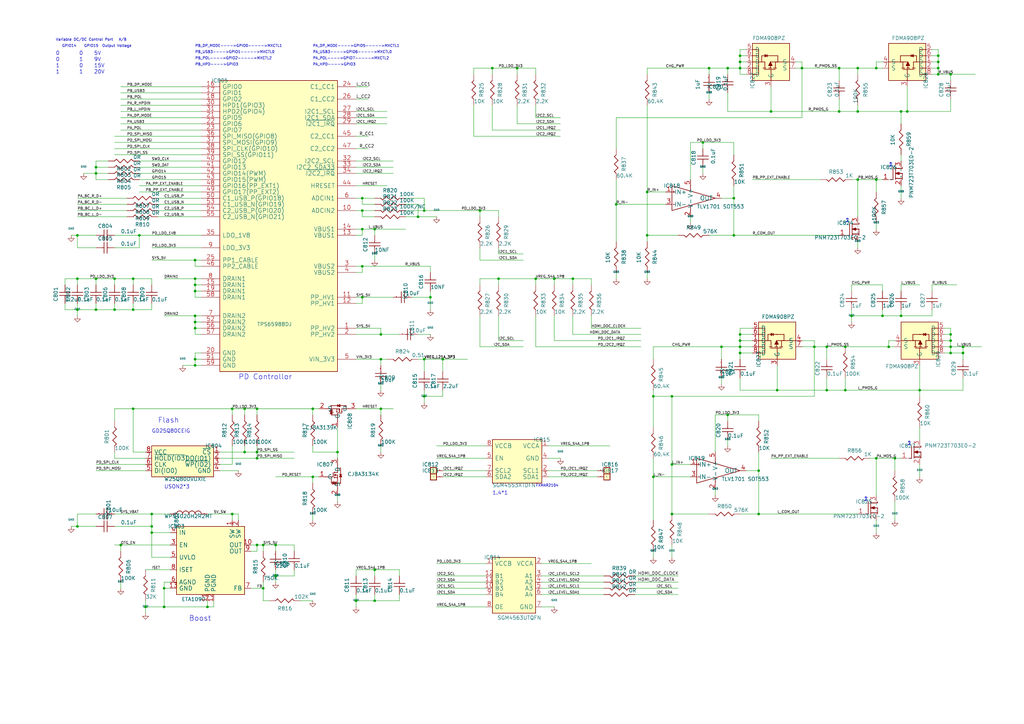
<source format=kicad_sch>
(kicad_sch (version 20211123) (generator eeschema)
  (paper "A3")
  (junction (at 303.53 25.4))
  (junction (at 316.23 45.72))
  (junction (at 62.23 218.44))
  (junction (at 267.97 162.56))
  (junction (at 80.01 106.68))
  (junction (at 303.53 139.7))
  (junction (at 377.19 160.02))
  (junction (at 173.99 162.56))
  (junction (at 128.27 195.58))
  (junction (at 39.37 127))
  (junction (at 389.89 30.48))
  (junction (at 181.61 147.32))
  (junction (at 298.45 27.94))
  (junction (at 113.03 223.52))
  (junction (at 394.97 144.78))
  (junction (at 367.03 187.96))
  (junction (at 344.17 27.94))
  (junction (at 351.79 45.72))
  (junction (at 227.33 114.3))
  (junction (at 275.59 190.5))
  (junction (at 265.43 96.52))
  (junction (at 303.53 22.86))
  (junction (at 252.73 83.82))
  (junction (at 344.17 45.72))
  (junction (at 394.97 142.24))
  (junction (at 100.33 167.64))
  (junction (at 46.99 127))
  (junction (at 303.53 144.78))
  (junction (at 31.75 215.9))
  (junction (at 173.99 147.32))
  (junction (at 128.27 167.64))
  (junction (at 300.99 81.28))
  (junction (at 105.41 223.52))
  (junction (at 138.43 185.42))
  (junction (at 267.97 195.58))
  (junction (at 295.91 142.24))
  (junction (at 384.81 30.48))
  (junction (at 389.89 144.78))
  (junction (at 153.67 233.68))
  (junction (at 346.71 160.02))
  (junction (at 288.29 58.42))
  (junction (at 303.53 27.94))
  (junction (at 54.61 127))
  (junction (at 339.09 142.24))
  (junction (at 346.71 142.24))
  (junction (at 359.41 73.66))
  (junction (at 212.09 27.94))
  (junction (at 234.95 114.3))
  (junction (at 39.37 68.58))
  (junction (at 364.49 142.24))
  (junction (at 80.01 116.84))
  (junction (at 80.01 149.86))
  (junction (at 369.57 45.72))
  (junction (at 384.81 22.86))
  (junction (at 389.89 139.7))
  (junction (at 328.93 27.94))
  (junction (at 49.53 223.52))
  (junction (at 156.21 147.32))
  (junction (at 334.01 142.24))
  (junction (at 311.15 210.82))
  (junction (at 100.33 185.42))
  (junction (at 351.79 73.66))
  (junction (at 349.25 129.54))
  (junction (at 39.37 114.3))
  (junction (at 265.43 78.74))
  (junction (at 67.31 248.92))
  (junction (at 219.71 114.3))
  (junction (at 148.59 121.92))
  (junction (at 46.99 114.3))
  (junction (at 204.47 114.3))
  (junction (at 62.23 210.82))
  (junction (at 148.59 93.98))
  (junction (at 369.57 129.54))
  (junction (at 359.41 187.96))
  (junction (at 372.11 45.72))
  (junction (at 54.61 167.64))
  (junction (at 290.83 27.94))
  (junction (at 54.61 114.3))
  (junction (at 173.99 86.36))
  (junction (at 62.23 215.9))
  (junction (at 351.79 27.94))
  (junction (at 57.15 96.52))
  (junction (at 107.95 241.3))
  (junction (at 80.01 147.32))
  (junction (at 80.01 132.08))
  (junction (at 39.37 71.12))
  (junction (at 80.01 134.62))
  (junction (at 318.77 160.02))
  (junction (at 303.53 142.24))
  (junction (at 95.25 210.82))
  (junction (at 339.09 160.02))
  (junction (at 80.01 119.38))
  (junction (at 171.45 88.9))
  (junction (at 275.59 162.56))
  (junction (at 148.59 81.28))
  (junction (at 113.03 236.22))
  (junction (at 105.41 167.64))
  (junction (at 107.95 223.52))
  (junction (at 156.21 137.16))
  (junction (at 298.45 170.18))
  (junction (at 95.25 167.64))
  (junction (at 153.67 93.98))
  (junction (at 201.93 27.94))
  (junction (at 105.41 187.96))
  (junction (at 311.15 193.04))
  (junction (at 384.81 27.94))
  (junction (at 389.89 137.16))
  (junction (at 196.85 86.36))
  (junction (at 148.59 109.22))
  (junction (at 389.89 142.24))
  (junction (at 384.81 25.4))
  (junction (at 300.99 96.52))
  (junction (at 303.53 137.16))
  (junction (at 176.53 121.92))
  (junction (at 153.67 246.38))
  (junction (at 67.31 241.3))
  (junction (at 146.05 246.38))
  (junction (at 31.75 114.3))
  (junction (at 80.01 129.54))
  (junction (at 59.69 248.92))
  (junction (at 31.75 96.52))
  (junction (at 359.41 27.94))
  (junction (at 156.21 167.64))
  (junction (at 275.59 210.82))
  (junction (at 148.59 86.36))
  (junction (at 85.09 248.92))
  (junction (at 361.95 129.54))
  (junction (at 31.75 127))
  (junction (at 80.01 114.3))
  (junction (at 105.41 185.42))
  (wire (pts (xy 67.31 241.3) (xy 67.31 238.76)))
  (wire (pts (xy 367.03 139.7) (xy 364.49 139.7)))
  (wire (pts (xy 67.31 248.92) (xy 59.69 248.92)))
  (wire (pts (xy 201.93 53.34) (xy 229.87 53.34)))
  (wire (pts (xy 242.57 134.62) (xy 262.89 134.62)))
  (wire (pts (xy 252.73 111.76) (xy 252.73 114.3)))
  (wire (pts (xy 298.45 170.18) (xy 298.45 172.72)))
  (wire (pts (xy 128.27 210.82) (xy 128.27 213.36)))
  (wire (pts (xy 283.21 88.9) (xy 283.21 91.44)))
  (wire (pts (xy 82.55 114.3) (xy 80.01 114.3)))
  (wire (pts (xy 95.25 210.82) (xy 95.25 213.36)))
  (wire (pts (xy 80.01 106.68) (xy 80.01 109.22)))
  (wire (pts (xy 153.67 86.36) (xy 148.59 86.36)))
  (wire (pts (xy 346.71 154.94) (xy 346.71 160.02)))
  (wire (pts (xy 234.95 114.3) (xy 234.95 116.84)))
  (wire (pts (xy 80.01 121.92) (xy 82.55 121.92)))
  (wire (pts (xy 113.03 223.52) (xy 107.95 223.52)))
  (wire (pts (xy 298.45 180.34) (xy 298.45 182.88)))
  (wire (pts (xy 113.03 236.22) (xy 113.03 238.76)))
  (wire (pts (xy 113.03 233.68) (xy 113.03 236.22)))
  (wire (pts (xy 39.37 210.82) (xy 31.75 210.82)))
  (wire (pts (xy 85.09 246.38) (xy 85.09 248.92)))
  (wire (pts (xy 387.35 134.62) (xy 389.89 134.62)))
  (wire (pts (xy 39.37 71.12) (xy 39.37 73.66)))
  (wire (pts (xy 80.01 129.54) (xy 80.01 132.08)))
  (wire (pts (xy 179.07 238.76) (xy 199.39 238.76)))
  (wire (pts (xy 176.53 109.22) (xy 148.59 109.22)))
  (wire (pts (xy 26.67 114.3) (xy 26.67 116.84)))
  (wire (pts (xy 265.43 111.76) (xy 265.43 114.3)))
  (wire (pts (xy 80.01 119.38) (xy 80.01 121.92)))
  (wire (pts (xy 204.47 129.54) (xy 204.47 139.7)))
  (wire (pts (xy 181.61 193.04) (xy 199.39 193.04)))
  (wire (pts (xy 265.43 96.52) (xy 265.43 99.06)))
  (wire (pts (xy 344.17 45.72) (xy 351.79 45.72)))
  (wire (pts (xy 57.15 71.12) (xy 82.55 71.12)))
  (wire (pts (xy 148.59 81.28) (xy 146.05 81.28)))
  (wire (pts (xy 219.71 129.54) (xy 219.71 142.24)))
  (wire (pts (xy 173.99 147.32) (xy 171.45 147.32)))
  (wire (pts (xy 82.55 106.68) (xy 80.01 106.68)))
  (wire (pts (xy 39.37 66.04) (xy 44.45 66.04)))
  (wire (pts (xy 303.53 139.7) (xy 303.53 142.24)))
  (wire (pts (xy 105.41 182.88) (xy 105.41 185.42)))
  (wire (pts (xy 303.53 160.02) (xy 318.77 160.02)))
  (wire (pts (xy 31.75 127) (xy 31.75 129.54)))
  (wire (pts (xy 344.17 40.64) (xy 344.17 45.72)))
  (wire (pts (xy 212.09 27.94) (xy 201.93 27.94)))
  (wire (pts (xy 163.83 236.22) (xy 163.83 233.68)))
  (wire (pts (xy 351.79 27.94) (xy 351.79 30.48)))
  (wire (pts (xy 146.05 233.68) (xy 146.05 236.22)))
  (wire (pts (xy 361.95 129.54) (xy 349.25 129.54)))
  (wire (pts (xy 44.45 71.12) (xy 39.37 71.12)))
  (wire (pts (xy 146.05 246.38) (xy 146.05 248.92)))
  (wire (pts (xy 80.01 137.16) (xy 82.55 137.16)))
  (wire (pts (xy 201.93 27.94) (xy 194.31 27.94)))
  (wire (pts (xy 252.73 83.82) (xy 252.73 99.06)))
  (wire (pts (xy 344.17 96.52) (xy 300.99 96.52)))
  (wire (pts (xy 267.97 162.56) (xy 267.97 175.26)))
  (wire (pts (xy 105.41 167.64) (xy 100.33 167.64)))
  (wire (pts (xy 171.45 137.16) (xy 176.53 137.16)))
  (wire (pts (xy 382.27 20.32) (xy 384.81 20.32)))
  (wire (pts (xy 387.35 139.7) (xy 389.89 139.7)))
  (wire (pts (xy 82.55 129.54) (xy 80.01 129.54)))
  (wire (pts (xy 252.73 83.82) (xy 273.05 83.82)))
  (wire (pts (xy 328.93 25.4) (xy 328.93 27.94)))
  (wire (pts (xy 49.53 38.1) (xy 82.55 38.1)))
  (wire (pts (xy 57.15 73.66) (xy 82.55 73.66)))
  (wire (pts (xy 267.97 195.58) (xy 283.21 195.58)))
  (wire (pts (xy 219.71 114.3) (xy 219.71 116.84)))
  (wire (pts (xy 176.53 121.92) (xy 176.53 127)))
  (wire (pts (xy 382.27 30.48) (xy 384.81 30.48)))
  (wire (pts (xy 359.41 73.66) (xy 359.41 78.74)))
  (wire (pts (xy 265.43 27.94) (xy 265.43 30.48)))
  (wire (pts (xy 204.47 101.6) (xy 204.47 104.14)))
  (wire (pts (xy 346.71 142.24) (xy 339.09 142.24)))
  (wire (pts (xy 49.53 238.76) (xy 49.53 241.3)))
  (wire (pts (xy 100.33 167.64) (xy 100.33 170.18)))
  (wire (pts (xy 267.97 142.24) (xy 267.97 147.32)))
  (wire (pts (xy 334.01 139.7) (xy 334.01 142.24)))
  (wire (pts (xy 265.43 96.52) (xy 278.13 96.52)))
  (wire (pts (xy 306.07 27.94) (xy 303.53 27.94)))
  (wire (pts (xy 156.21 167.64) (xy 146.05 167.64)))
  (wire (pts (xy 328.93 48.26) (xy 252.73 48.26)))
  (wire (pts (xy 44.45 68.58) (xy 39.37 68.58)))
  (wire (pts (xy 67.31 238.76) (xy 69.85 238.76)))
  (wire (pts (xy 252.73 73.66) (xy 252.73 83.82)))
  (wire (pts (xy 80.01 147.32) (xy 82.55 147.32)))
  (wire (pts (xy 394.97 144.78) (xy 394.97 147.32)))
  (wire (pts (xy 293.37 170.18) (xy 293.37 185.42)))
  (wire (pts (xy 328.93 27.94) (xy 328.93 48.26)))
  (wire (pts (xy 364.49 139.7) (xy 364.49 142.24)))
  (wire (pts (xy 384.81 22.86) (xy 384.81 25.4)))
  (wire (pts (xy 392.43 116.84) (xy 382.27 116.84)))
  (wire (pts (xy 85.09 248.92) (xy 67.31 248.92)))
  (wire (pts (xy 283.21 58.42) (xy 283.21 73.66)))
  (wire (pts (xy 100.33 182.88) (xy 100.33 185.42)))
  (wire (pts (xy 394.97 142.24) (xy 389.89 142.24)))
  (wire (pts (xy 156.21 157.48) (xy 156.21 160.02)))
  (wire (pts (xy 298.45 27.94) (xy 290.83 27.94)))
  (wire (pts (xy 146.05 55.88) (xy 151.13 55.88)))
  (wire (pts (xy 97.79 210.82) (xy 95.25 210.82)))
  (wire (pts (xy 295.91 154.94) (xy 295.91 157.48)))
  (wire (pts (xy 351.79 210.82) (xy 311.15 210.82)))
  (wire (pts (xy 26.67 127) (xy 26.67 124.46)))
  (wire (pts (xy 64.77 81.28) (xy 82.55 81.28)))
  (wire (pts (xy 59.69 246.38) (xy 59.69 248.92)))
  (wire (pts (xy 95.25 182.88) (xy 95.25 190.5)))
  (wire (pts (xy 359.41 187.96) (xy 359.41 203.2)))
  (wire (pts (xy 275.59 162.56) (xy 267.97 162.56)))
  (wire (pts (xy 308.61 73.66) (xy 336.55 73.66)))
  (wire (pts (xy 377.19 116.84) (xy 369.57 116.84)))
  (wire (pts (xy 295.91 142.24) (xy 295.91 147.32)))
  (wire (pts (xy 39.37 71.12) (xy 34.29 71.12)))
  (wire (pts (xy 173.99 81.28) (xy 173.99 86.36)))
  (wire (pts (xy 49.53 40.64) (xy 82.55 40.64)))
  (wire (pts (xy 153.67 246.38) (xy 146.05 246.38)))
  (wire (pts (xy 146.05 93.98) (xy 148.59 93.98)))
  (wire (pts (xy 80.01 134.62) (xy 82.55 134.62)))
  (wire (pts (xy 194.31 43.18) (xy 194.31 55.88)))
  (wire (pts (xy 163.83 243.84) (xy 163.83 246.38)))
  (wire (pts (xy 148.59 81.28) (xy 148.59 83.82)))
  (wire (pts (xy 80.01 129.54) (xy 67.31 129.54)))
  (wire (pts (xy 54.61 167.64) (xy 54.61 185.42)))
  (wire (pts (xy 204.47 139.7) (xy 214.63 139.7)))
  (wire (pts (xy 300.99 96.52) (xy 290.83 96.52)))
  (wire (pts (xy 382.27 22.86) (xy 384.81 22.86)))
  (wire (pts (xy 265.43 78.74) (xy 265.43 96.52)))
  (wire (pts (xy 148.59 86.36) (xy 146.05 86.36)))
  (wire (pts (xy 146.05 71.12) (xy 161.29 71.12)))
  (wire (pts (xy 161.29 167.64) (xy 156.21 167.64)))
  (wire (pts (xy 107.95 241.3) (xy 102.87 241.3)))
  (wire (pts (xy 80.01 116.84) (xy 80.01 119.38)))
  (wire (pts (xy 39.37 215.9) (xy 31.75 215.9)))
  (wire (pts (xy 364.49 142.24) (xy 346.71 142.24)))
  (wire (pts (xy 105.41 187.96) (xy 90.17 187.96)))
  (wire (pts (xy 201.93 27.94) (xy 201.93 30.48)))
  (wire (pts (xy 153.67 243.84) (xy 153.67 246.38)))
  (wire (pts (xy 181.61 160.02) (xy 181.61 162.56)))
  (wire (pts (xy 212.09 50.8) (xy 229.87 50.8)))
  (wire (pts (xy 64.77 83.82) (xy 82.55 83.82)))
  (wire (pts (xy 298.45 45.72) (xy 316.23 45.72)))
  (wire (pts (xy 57.15 96.52) (xy 46.99 96.52)))
  (wire (pts (xy 275.59 190.5) (xy 283.21 190.5)))
  (wire (pts (xy 67.31 248.92) (xy 67.31 241.3)))
  (wire (pts (xy 181.61 195.58) (xy 199.39 195.58)))
  (wire (pts (xy 288.29 58.42) (xy 283.21 58.42)))
  (wire (pts (xy 148.59 96.52) (xy 146.05 96.52)))
  (wire (pts (xy 227.33 248.92) (xy 222.25 248.92)))
  (wire (pts (xy 171.45 83.82) (xy 171.45 88.9)))
  (wire (pts (xy 204.47 104.14) (xy 214.63 104.14)))
  (wire (pts (xy 46.99 124.46) (xy 46.99 127)))
  (wire (pts (xy 130.81 167.64) (xy 128.27 167.64)))
  (wire (pts (xy 39.37 68.58) (xy 39.37 71.12)))
  (wire (pts (xy 120.65 187.96) (xy 105.41 187.96)))
  (wire (pts (xy 303.53 27.94) (xy 298.45 27.94)))
  (wire (pts (xy 31.75 83.82) (xy 52.07 83.82)))
  (wire (pts (xy 318.77 160.02) (xy 339.09 160.02)))
  (wire (pts (xy 107.95 223.52) (xy 105.41 223.52)))
  (wire (pts (xy 54.61 114.3) (xy 46.99 114.3)))
  (wire (pts (xy 369.57 76.2) (xy 369.57 81.28)))
  (wire (pts (xy 156.21 147.32) (xy 156.21 149.86)))
  (wire (pts (xy 300.99 58.42) (xy 288.29 58.42)))
  (wire (pts (xy 377.19 175.26) (xy 377.19 180.34)))
  (wire (pts (xy 384.81 27.94) (xy 384.81 30.48)))
  (wire (pts (xy 161.29 121.92) (xy 148.59 121.92)))
  (wire (pts (xy 95.25 190.5) (xy 90.17 190.5)))
  (wire (pts (xy 359.41 27.94) (xy 351.79 27.94)))
  (wire (pts (xy 377.19 190.5) (xy 377.19 195.58)))
  (wire (pts (xy 300.99 81.28) (xy 295.91 81.28)))
  (wire (pts (xy 146.05 50.8) (xy 158.75 50.8)))
  (wire (pts (xy 120.65 233.68) (xy 120.65 236.22)))
  (wire (pts (xy 359.41 25.4) (xy 359.41 27.94)))
  (wire (pts (xy 146.05 76.2) (xy 158.75 76.2)))
  (wire (pts (xy 54.61 114.3) (xy 54.61 116.84)))
  (wire (pts (xy 62.23 114.3) (xy 54.61 114.3)))
  (wire (pts (xy 146.05 35.56) (xy 151.13 35.56)))
  (wire (pts (xy 369.57 45.72) (xy 351.79 45.72)))
  (wire (pts (xy 389.89 45.72) (xy 389.89 40.64)))
  (wire (pts (xy 204.47 88.9) (xy 204.47 86.36)))
  (wire (pts (xy 49.53 45.72) (xy 82.55 45.72)))
  (wire (pts (xy 57.15 101.6) (xy 57.15 96.52)))
  (wire (pts (xy 382.27 116.84) (xy 382.27 119.38)))
  (wire (pts (xy 80.01 109.22) (xy 82.55 109.22)))
  (wire (pts (xy 54.61 124.46) (xy 54.61 127)))
  (wire (pts (xy 87.63 248.92) (xy 85.09 248.92)))
  (wire (pts (xy 367.03 142.24) (xy 364.49 142.24)))
  (wire (pts (xy 382.27 27.94) (xy 384.81 27.94)))
  (wire (pts (xy 87.63 246.38) (xy 87.63 248.92)))
  (wire (pts (xy 372.11 35.56) (xy 372.11 45.72)))
  (wire (pts (xy 64.77 86.36) (xy 82.55 86.36)))
  (wire (pts (xy 389.89 134.62) (xy 389.89 137.16)))
  (wire (pts (xy 339.09 154.94) (xy 339.09 160.02)))
  (wire (pts (xy 359.41 187.96) (xy 367.03 187.96)))
  (wire (pts (xy 49.53 223.52) (xy 49.53 226.06)))
  (wire (pts (xy 359.41 73.66) (xy 361.95 73.66)))
  (wire (pts (xy 46.99 101.6) (xy 57.15 101.6)))
  (wire (pts (xy 402.59 142.24) (xy 394.97 142.24)))
  (wire (pts (xy 204.47 114.3) (xy 204.47 116.84)))
  (wire (pts (xy 80.01 132.08) (xy 82.55 132.08)))
  (wire (pts (xy 31.75 101.6) (xy 39.37 101.6)))
  (wire (pts (xy 153.67 93.98) (xy 153.67 96.52)))
  (wire (pts (xy 298.45 38.1) (xy 298.45 45.72)))
  (wire (pts (xy 80.01 144.78) (xy 80.01 147.32)))
  (wire (pts (xy 62.23 210.82) (xy 62.23 215.9)))
  (wire (pts (xy 400.05 30.48) (xy 389.89 30.48)))
  (wire (pts (xy 303.53 27.94) (xy 303.53 30.48)))
  (wire (pts (xy 300.99 76.2) (xy 300.99 81.28)))
  (wire (pts (xy 224.79 187.96) (xy 229.87 187.96)))
  (wire (pts (xy 234.95 129.54) (xy 234.95 137.16)))
  (wire (pts (xy 351.79 73.66) (xy 351.79 88.9)))
  (wire (pts (xy 148.59 83.82) (xy 153.67 83.82)))
  (wire (pts (xy 367.03 205.74) (xy 367.03 213.36)))
  (wire (pts (xy 153.67 104.14) (xy 153.67 106.68)))
  (wire (pts (xy 179.07 88.9) (xy 171.45 88.9)))
  (wire (pts (xy 298.45 170.18) (xy 293.37 170.18)))
  (wire (pts (xy 359.41 91.44) (xy 359.41 93.98)))
  (wire (pts (xy 311.15 172.72) (xy 311.15 170.18)))
  (wire (pts (xy 123.19 246.38) (xy 128.27 246.38)))
  (wire (pts (xy 95.25 167.64) (xy 54.61 167.64)))
  (wire (pts (xy 148.59 121.92) (xy 146.05 121.92)))
  (wire (pts (xy 328.93 139.7) (xy 334.01 139.7)))
  (wire (pts (xy 303.53 20.32) (xy 303.53 22.86)))
  (wire (pts (xy 31.75 81.28) (xy 52.07 81.28)))
  (wire (pts (xy 54.61 127) (xy 46.99 127)))
  (wire (pts (xy 196.85 86.36) (xy 173.99 86.36)))
  (wire (pts (xy 46.99 58.42) (xy 82.55 58.42)))
  (wire (pts (xy 31.75 114.3) (xy 26.67 114.3)))
  (wire (pts (xy 59.69 233.68) (xy 69.85 233.68)))
  (wire (pts (xy 153.67 81.28) (xy 148.59 81.28)))
  (wire (pts (xy 303.53 30.48) (xy 306.07 30.48)))
  (wire (pts (xy 80.01 119.38) (xy 82.55 119.38)))
  (wire (pts (xy 62.23 218.44) (xy 69.85 218.44)))
  (wire (pts (xy 349.25 129.54) (xy 349.25 132.08)))
  (wire (pts (xy 196.85 129.54) (xy 196.85 142.24)))
  (wire (pts (xy 252.73 48.26) (xy 252.73 60.96)))
  (wire (pts (xy 54.61 185.42) (xy 59.69 185.42)))
  (wire (pts (xy 351.79 27.94) (xy 344.17 27.94)))
  (wire (pts (xy 62.23 101.6) (xy 82.55 101.6)))
  (wire (pts (xy 138.43 175.26) (xy 138.43 185.42)))
  (wire (pts (xy 146.05 124.46) (xy 148.59 124.46)))
  (wire (pts (xy 316.23 35.56) (xy 316.23 45.72)))
  (wire (pts (xy 196.85 142.24) (xy 214.63 142.24)))
  (wire (pts (xy 153.67 233.68) (xy 146.05 233.68)))
  (wire (pts (xy 219.71 114.3) (xy 204.47 114.3)))
  (wire (pts (xy 166.37 83.82) (xy 171.45 83.82)))
  (wire (pts (xy 196.85 106.68) (xy 214.63 106.68)))
  (wire (pts (xy 311.15 210.82) (xy 303.53 210.82)))
  (wire (pts (xy 222.25 238.76) (xy 247.65 238.76)))
  (wire (pts (xy 62.23 210.82) (xy 46.99 210.82)))
  (wire (pts (xy 351.79 73.66) (xy 359.41 73.66)))
  (wire (pts (xy 377.19 160.02) (xy 394.97 160.02)))
  (wire (pts (xy 384.81 25.4) (xy 382.27 25.4)))
  (wire (pts (xy 303.53 144.78) (xy 303.53 147.32)))
  (wire (pts (xy 148.59 109.22) (xy 148.59 111.76)))
  (wire (pts (xy 349.25 127) (xy 349.25 129.54)))
  (wire (pts (xy 367.03 187.96) (xy 367.03 193.04)))
  (wire (pts (xy 80.01 147.32) (xy 80.01 149.86)))
  (wire (pts (xy 46.99 187.96) (xy 59.69 187.96)))
  (wire (pts (xy 361.95 25.4) (xy 359.41 25.4)))
  (wire (pts (xy 300.99 63.5) (xy 300.99 58.42)))
  (wire (pts (xy 39.37 96.52) (xy 31.75 96.52)))
  (wire (pts (xy 326.39 25.4) (xy 328.93 25.4)))
  (wire (pts (xy 49.53 35.56) (xy 82.55 35.56)))
  (wire (pts (xy 128.27 195.58) (xy 128.27 198.12)))
  (wire (pts (xy 265.43 78.74) (xy 273.05 78.74)))
  (wire (pts (xy 148.59 109.22) (xy 146.05 109.22)))
  (wire (pts (xy 303.53 137.16) (xy 303.53 139.7)))
  (wire (pts (xy 156.21 182.88) (xy 156.21 185.42)))
  (wire (pts (xy 179.07 243.84) (xy 199.39 243.84)))
  (wire (pts (xy 100.33 167.64) (xy 95.25 167.64)))
  (wire (pts (xy 191.77 147.32) (xy 181.61 147.32)))
  (wire (pts (xy 224.79 195.58) (xy 245.11 195.58)))
  (wire (pts (xy 57.15 68.58) (xy 82.55 68.58)))
  (wire (pts (xy 356.87 187.96) (xy 359.41 187.96)))
  (wire (pts (xy 242.57 114.3) (xy 234.95 114.3)))
  (wire (pts (xy 179.07 241.3) (xy 199.39 241.3)))
  (wire (pts (xy 46.99 167.64) (xy 46.99 172.72)))
  (wire (pts (xy 176.53 111.76) (xy 176.53 109.22)))
  (wire (pts (xy 316.23 187.96) (xy 344.17 187.96)))
  (wire (pts (xy 303.53 144.78) (xy 308.61 144.78)))
  (wire (pts (xy 234.95 114.3) (xy 227.33 114.3)))
  (wire (pts (xy 293.37 200.66) (xy 293.37 203.2)))
  (wire (pts (xy 219.71 43.18) (xy 219.71 48.26)))
  (wire (pts (xy 369.57 63.5) (xy 369.57 66.04)))
  (wire (pts (xy 31.75 127) (xy 26.67 127)))
  (wire (pts (xy 173.99 162.56) (xy 173.99 165.1)))
  (wire (pts (xy 196.85 101.6) (xy 196.85 106.68)))
  (wire (pts (xy 222.25 241.3) (xy 247.65 241.3)))
  (wire (pts (xy 242.57 116.84) (xy 242.57 114.3)))
  (wire (pts (xy 311.15 193.04) (xy 311.15 210.82)))
  (wire (pts (xy 384.81 20.32) (xy 384.81 22.86)))
  (wire (pts (xy 31.75 124.46) (xy 31.75 127)))
  (wire (pts (xy 128.27 185.42) (xy 138.43 185.42)))
  (wire (pts (xy 163.83 137.16) (xy 156.21 137.16)))
  (wire (pts (xy 95.25 167.64) (xy 95.25 170.18)))
  (wire (pts (xy 105.41 223.52) (xy 105.41 226.06)))
  (wire (pts (xy 120.65 226.06) (xy 120.65 223.52)))
  (wire (pts (xy 303.53 142.24) (xy 295.91 142.24)))
  (wire (pts (xy 369.57 116.84) (xy 369.57 119.38)))
  (wire (pts (xy 82.55 144.78) (xy 80.01 144.78)))
  (wire (pts (xy 377.19 160.02) (xy 377.19 162.56)))
  (wire (pts (xy 176.53 119.38) (xy 176.53 121.92)))
  (wire (pts (xy 95.25 210.82) (xy 85.09 210.82)))
  (wire (pts (xy 181.61 147.32) (xy 173.99 147.32)))
  (wire (pts (xy 69.85 223.52) (xy 49.53 223.52)))
  (wire (pts (xy 334.01 162.56) (xy 275.59 162.56)))
  (wire (pts (xy 369.57 127) (xy 369.57 129.54)))
  (wire (pts (xy 120.65 223.52) (xy 113.03 223.52)))
  (wire (pts (xy 275.59 190.5) (xy 275.59 210.82)))
  (wire (pts (xy 64.77 88.9) (xy 82.55 88.9)))
  (wire (pts (xy 31.75 215.9) (xy 29.21 215.9)))
  (wire (pts (xy 351.79 45.72) (xy 351.79 43.18)))
  (wire (pts (xy 384.81 30.48) (xy 389.89 30.48)))
  (wire (pts (xy 107.95 246.38) (xy 110.49 246.38)))
  (wire (pts (xy 156.21 167.64) (xy 156.21 170.18)))
  (wire (pts (xy 351.79 99.06) (xy 351.79 101.6)))
  (wire (pts (xy 179.07 182.88) (xy 199.39 182.88)))
  (wire (pts (xy 153.67 233.68) (xy 153.67 236.22)))
  (wire (pts (xy 242.57 129.54) (xy 242.57 134.62)))
  (wire (pts (xy 361.95 119.38) (xy 361.95 116.84)))
  (wire (pts (xy 69.85 210.82) (xy 62.23 210.82)))
  (wire (pts (xy 328.93 27.94) (xy 326.39 27.94)))
  (wire (pts (xy 163.83 233.68) (xy 153.67 233.68)))
  (wire (pts (xy 49.53 53.34) (xy 82.55 53.34)))
  (wire (pts (xy 171.45 88.9) (xy 166.37 88.9)))
  (wire (pts (xy 339.09 142.24) (xy 339.09 147.32)))
  (wire (pts (xy 102.87 223.52) (xy 105.41 223.52)))
  (wire (pts (xy 303.53 22.86) (xy 303.53 25.4)))
  (wire (pts (xy 39.37 193.04) (xy 59.69 193.04)))
  (wire (pts (xy 303.53 25.4) (xy 303.53 27.94)))
  (wire (pts (xy 128.27 182.88) (xy 128.27 185.42)))
  (wire (pts (xy 46.99 63.5) (xy 82.55 63.5)))
  (wire (pts (xy 57.15 76.2) (xy 82.55 76.2)))
  (wire (pts (xy 46.99 185.42) (xy 46.99 187.96)))
  (wire (pts (xy 219.71 30.48) (xy 219.71 27.94)))
  (wire (pts (xy 372.11 45.72) (xy 369.57 45.72)))
  (wire (pts (xy 156.21 147.32) (xy 146.05 147.32)))
  (wire (pts (xy 196.85 114.3) (xy 196.85 116.84)))
  (wire (pts (xy 306.07 193.04) (xy 311.15 193.04)))
  (wire (pts (xy 39.37 190.5) (xy 59.69 190.5)))
  (wire (pts (xy 260.35 243.84) (xy 278.13 243.84)))
  (wire (pts (xy 138.43 185.42) (xy 138.43 187.96)))
  (wire (pts (xy 130.81 195.58) (xy 128.27 195.58)))
  (wire (pts (xy 367.03 187.96) (xy 369.57 187.96)))
  (wire (pts (xy 113.03 223.52) (xy 113.03 226.06)))
  (wire (pts (xy 179.07 187.96) (xy 199.39 187.96)))
  (wire (pts (xy 39.37 73.66) (xy 44.45 73.66)))
  (wire (pts (xy 387.35 144.78) (xy 389.89 144.78)))
  (wire (pts (xy 382.27 127) (xy 382.27 129.54)))
  (wire (pts (xy 173.99 147.32) (xy 173.99 152.4)))
  (wire (pts (xy 107.95 238.76) (xy 107.95 241.3)))
  (wire (pts (xy 212.09 27.94) (xy 212.09 30.48)))
  (wire (pts (xy 295.91 142.24) (xy 267.97 142.24)))
  (wire (pts (xy 212.09 43.18) (xy 212.09 50.8)))
  (wire (pts (xy 54.61 167.64) (xy 46.99 167.64)))
  (wire (pts (xy 359.41 218.44) (xy 359.41 213.36)))
  (wire (pts (xy 308.61 137.16) (xy 303.53 137.16)))
  (wire (pts (xy 80.01 132.08) (xy 80.01 134.62)))
  (wire (pts (xy 260.35 238.76) (xy 278.13 238.76)))
  (wire (pts (xy 153.67 93.98) (xy 148.59 93.98)))
  (wire (pts (xy 222.25 243.84) (xy 247.65 243.84)))
  (wire (pts (xy 31.75 114.3) (xy 31.75 116.84)))
  (wire (pts (xy 82.55 96.52) (xy 57.15 96.52)))
  (wire (pts (xy 120.65 236.22) (xy 113.03 236.22)))
  (wire (pts (xy 288.29 58.42) (xy 288.29 60.96)))
  (wire (pts (xy 372.11 45.72) (xy 389.89 45.72)))
  (wire (pts (xy 260.35 236.22) (xy 278.13 236.22)))
  (wire (pts (xy 146.05 60.96) (xy 151.13 60.96)))
  (wire (pts (xy 39.37 114.3) (xy 39.37 116.84)))
  (wire (pts (xy 46.99 55.88) (xy 82.55 55.88)))
  (wire (pts (xy 219.71 27.94) (xy 212.09 27.94)))
  (wire (pts (xy 204.47 86.36) (xy 196.85 86.36)))
  (wire (pts (xy 80.01 134.62) (xy 80.01 137.16)))
  (wire (pts (xy 224.79 193.04) (xy 245.11 193.04)))
  (wire (pts (xy 318.77 149.86) (xy 318.77 160.02)))
  (wire (pts (xy 173.99 86.36) (xy 166.37 86.36)))
  (wire (pts (xy 181.61 162.56) (xy 173.99 162.56)))
  (wire (pts (xy 349.25 73.66) (xy 351.79 73.66)))
  (wire (pts (xy 227.33 139.7) (xy 262.89 139.7)))
  (wire (pts (xy 349.25 116.84) (xy 349.25 119.38)))
  (wire (pts (xy 227.33 114.3) (xy 219.71 114.3)))
  (wire (pts (xy 163.83 246.38) (xy 153.67 246.38)))
  (wire (pts (xy 105.41 167.64) (xy 105.41 170.18)))
  (wire (pts (xy 344.17 27.94) (xy 328.93 27.94)))
  (wire (pts (xy 389.89 144.78) (xy 394.97 144.78)))
  (wire (pts (xy 298.45 27.94) (xy 298.45 30.48)))
  (wire (pts (xy 303.53 25.4) (xy 306.07 25.4)))
  (wire (pts (xy 168.91 121.92) (xy 176.53 121.92)))
  (wire (pts (xy 219.71 142.24) (xy 262.89 142.24)))
  (wire (pts (xy 80.01 106.68) (xy 62.23 106.68)))
  (wire (pts (xy 389.89 137.16) (xy 389.89 139.7)))
  (wire (pts (xy 46.99 60.96) (xy 82.55 60.96)))
  (wire (pts (xy 196.85 86.36) (xy 196.85 88.9)))
  (wire (pts (xy 105.41 226.06) (xy 102.87 226.06)))
  (wire (pts (xy 57.15 66.04) (xy 82.55 66.04)))
  (wire (pts (xy 290.83 27.94) (xy 290.83 30.48)))
  (wire (pts (xy 49.53 223.52) (xy 46.99 223.52)))
  (wire (pts (xy 204.47 114.3) (xy 196.85 114.3)))
  (wire (pts (xy 334.01 142.24) (xy 328.93 142.24)))
  (wire (pts (xy 275.59 223.52) (xy 275.59 228.6)))
  (wire (pts (xy 31.75 210.82) (xy 31.75 215.9)))
  (wire (pts (xy 105.41 185.42) (xy 100.33 185.42)))
  (wire (pts (xy 369.57 45.72) (xy 369.57 50.8)))
  (wire (pts (xy 311.15 170.18) (xy 298.45 170.18)))
  (wire (pts (xy 39.37 114.3) (xy 31.75 114.3)))
  (wire (pts (xy 146.05 243.84) (xy 146.05 246.38)))
  (wire (pts (xy 227.33 129.54) (xy 227.33 139.7)))
  (wire (pts (xy 222.25 236.22) (xy 247.65 236.22)))
  (wire (pts (xy 384.81 25.4) (xy 384.81 27.94)))
  (wire (pts (xy 339.09 142.24) (xy 334.01 142.24)))
  (wire (pts (xy 59.69 248.92) (xy 59.69 251.46)))
  (wire (pts (xy 265.43 43.18) (xy 265.43 78.74)))
  (wire (pts (xy 344.17 27.94) (xy 344.17 33.02)))
  (wire (pts (xy 128.27 195.58) (xy 113.03 195.58)))
  (wire (pts (xy 107.95 241.3) (xy 107.95 246.38)))
  (wire (pts (xy 316.23 45.72) (xy 344.17 45.72)))
  (wire (pts (xy 62.23 116.84) (xy 62.23 114.3)))
  (wire (pts (xy 234.95 137.16) (xy 262.89 137.16)))
  (wire (pts (xy 146.05 134.62) (xy 156.21 134.62)))
  (wire (pts (xy 361.95 116.84) (xy 349.25 116.84)))
  (wire (pts (xy 148.59 124.46) (xy 148.59 121.92)))
  (wire (pts (xy 148.59 93.98) (xy 148.59 96.52)))
  (wire (pts (xy 179.07 248.92) (xy 199.39 248.92)))
  (wire (pts (xy 148.59 86.36) (xy 148.59 88.9)))
  (wire (pts (xy 389.89 142.24) (xy 389.89 144.78)))
  (wire (pts (xy 224.79 182.88) (xy 250.19 182.88)))
  (wire (pts (xy 146.05 45.72) (xy 158.75 45.72)))
  (wire (pts (xy 39.37 127) (xy 31.75 127)))
  (wire (pts (xy 267.97 226.06) (xy 267.97 228.6)))
  (wire (pts (xy 62.23 218.44) (xy 62.23 228.6)))
  (wire (pts (xy 46.99 127) (xy 39.37 127)))
  (wire (pts (xy 158.75 147.32) (xy 156.21 147.32)))
  (wire (pts (xy 334.01 142.24) (xy 334.01 162.56)))
  (wire (pts (xy 62.23 215.9) (xy 62.23 218.44)))
  (wire (pts (xy 346.71 160.02) (xy 377.19 160.02)))
  (wire (pts (xy 394.97 160.02) (xy 394.97 154.94)))
  (wire (pts (xy 31.75 96.52) (xy 31.75 101.6)))
  (wire (pts (xy 394.97 142.24) (xy 394.97 144.78)))
  (wire (pts (xy 303.53 154.94) (xy 303.53 160.02)))
  (wire (pts (xy 62.23 127) (xy 54.61 127)))
  (wire (pts (xy 267.97 195.58) (xy 267.97 213.36)))
  (wire (pts (xy 49.53 43.18) (xy 82.55 43.18)))
  (wire (pts (xy 387.35 137.16) (xy 389.89 137.16)))
  (wire (pts (xy 97.79 213.36) (xy 97.79 210.82)))
  (wire (pts (xy 306.07 22.86) (xy 303.53 22.86)))
  (wire (pts (xy 201.93 43.18) (xy 201.93 53.34)))
  (wire (pts (xy 80.01 114.3) (xy 67.31 114.3)))
  (wire (pts (xy 339.09 160.02) (xy 346.71 160.02)))
  (wire (pts (xy 156.21 137.16) (xy 146.05 137.16)))
  (wire (pts (xy 62.23 228.6) (xy 69.85 228.6)))
  (wire (pts (xy 389.89 30.48) (xy 389.89 33.02)))
  (wire (pts (xy 288.29 68.58) (xy 288.29 71.12)))
  (wire (pts (xy 382.27 129.54) (xy 369.57 129.54)))
  (wire (pts (xy 303.53 142.24) (xy 303.53 144.78)))
  (wire (pts (xy 128.27 167.64) (xy 128.27 170.18)))
  (wire (pts (xy 389.89 142.24) (xy 387.35 142.24)))
  (wire (pts (xy 31.75 86.36) (xy 52.07 86.36)))
  (wire (pts (xy 100.33 185.42) (xy 90.17 185.42)))
  (wire (pts (xy 80.01 149.86) (xy 74.93 149.86)))
  (wire (pts (xy 46.99 215.9) (xy 62.23 215.9)))
  (wire (pts (xy 275.59 210.82) (xy 290.83 210.82)))
  (wire (pts (xy 31.75 88.9) (xy 52.07 88.9)))
  (wire (pts (xy 82.55 149.86) (xy 80.01 149.86)))
  (wire (pts (xy 194.31 27.94) (xy 194.31 30.48)))
  (wire (pts (xy 80.01 114.3) (xy 80.01 116.84)))
  (wire (pts (xy 46.99 114.3) (xy 39.37 114.3)))
  (wire (pts (xy 49.53 48.26) (xy 82.55 48.26)))
  (wire (pts (xy 148.59 111.76) (xy 146.05 111.76)))
  (wire (pts (xy 260.35 241.3) (xy 278.13 241.3)))
  (wire (pts (xy 146.05 66.04) (xy 161.29 66.04)))
  (wire (pts (xy 306.07 20.32) (xy 303.53 20.32)))
  (wire (pts (xy 267.97 187.96) (xy 267.97 195.58)))
  (wire (pts (xy 120.65 185.42) (xy 105.41 185.42)))
  (wire (pts (xy 166.37 93.98) (xy 153.67 93.98)))
  (wire (pts (xy 361.95 127) (xy 361.95 129.54)))
  (wire (pts (xy 194.31 55.88) (xy 229.87 55.88)))
  (wire (pts (xy 300.99 81.28) (xy 300.99 96.52)))
  (wire (pts (xy 173.99 160.02) (xy 173.99 162.56)))
  (wire (pts (xy 146.05 40.64) (xy 151.13 40.64)))
  (wire (pts (xy 90.17 193.04) (xy 97.79 193.04)))
  (wire (pts (xy 179.07 236.22) (xy 199.39 236.22)))
  (wire (pts (xy 222.25 231.14) (xy 242.57 231.14)))
  (wire (pts (xy 80.01 116.84) (xy 82.55 116.84)))
  (wire (pts (xy 308.61 142.24) (xy 303.53 142.24)))
  (wire (pts (xy 308.61 134.62) (xy 303.53 134.62)))
  (wire (pts (xy 308.61 139.7) (xy 303.53 139.7)))
  (wire (pts (xy 389.89 139.7) (xy 389.89 142.24)))
  (wire (pts (xy 146.05 48.26) (xy 158.75 48.26)))
  (wire (pts (xy 57.15 78.74) (xy 82.55 78.74)))
  (wire (pts (xy 49.53 50.8) (xy 82.55 50.8)))
  (wire (pts (xy 62.23 124.46) (xy 62.23 127)))
  (wire (pts (xy 31.75 96.52) (xy 29.21 96.52)))
  (wire (pts (xy 138.43 203.2) (xy 138.43 205.74)))
  (wire (pts (xy 227.33 114.3) (xy 227.33 116.84)))
  (wire (pts (xy 107.95 223.52) (xy 107.95 226.06)))
  (wire (pts (xy 148.59 88.9) (xy 153.67 88.9)))
  (wire (pts (xy 219.71 48.26) (xy 229.87 48.26)))
  (wire (pts (xy 361.95 27.94) (xy 359.41 27.94)))
  (wire (pts (xy 105.41 185.42) (xy 105.41 187.96)))
  (wire (pts (xy 369.57 129.54) (xy 361.95 129.54)))
  (wire (pts (xy 181.61 147.32) (xy 181.61 152.4)))
  (wire (pts (xy 311.15 185.42) (xy 311.15 193.04)))
  (wire (pts (xy 166.37 81.28) (xy 173.99 81.28)))
  (wire (pts (xy 377.19 149.86) (xy 377.19 160.02)))
  (wire (pts (xy 46.99 114.3) (xy 46.99 116.84)))
  (wire (pts (xy 156.21 134.62) (xy 156.21 137.16)))
  (wire (pts (xy 290.83 27.94) (xy 265.43 27.94)))
  (wire (pts (xy 146.05 68.58) (xy 161.29 68.58)))
  (wire (pts (xy 179.07 231.14) (xy 199.39 231.14)))
  (wire (pts (xy 303.53 134.62) (xy 303.53 137.16)))
  (wire (pts (xy 128.27 167.64) (xy 105.41 167.64)))
  (wire (pts (xy 39.37 124.46) (xy 39.37 127)))
  (wire (pts (xy 39.37 68.58) (xy 39.37 66.04)))
  (wire (pts (xy 67.31 241.3) (xy 69.85 241.3)))
  (wire (pts (xy 267.97 160.02) (xy 267.97 162.56)))
  (wire (pts (xy 275.59 162.56) (xy 275.59 190.5)))
  (wire (pts (xy 290.83 38.1) (xy 290.83 40.64)))
  (text "2" (at 372.11 182.88 0) (effects (font (size 1.524 1.524)) (justify left bottom)))
  (text "GD25Q80CEIG" (at 62.23 177.8 0) (effects (font (size 1.524 1.524)) (justify left bottom)))
  (text "PB_HPD---->GPIO3" (at 80.01 27.178 0) (effects (font (size 1.0668 1.0668)) (justify left bottom)))
  (text "1" (at 372.11 182.88 0) (effects (font (size 1.524 1.524)) (justify left bottom)))
  (text "PB_POL---->GPIO2----->MXCTL2" (at 80.01 24.638 0) (effects (font (size 1.0668 1.0668)) (justify left bottom)))
  (text "FXMAR2104" (at 219.71 199.898 0) (effects (font (size 1.0668 1.0668)) (justify left bottom)))
  (text "PB_USB3---->GPIO1----->MXCTL0" (at 80.01 22.098 0) (effects (font (size 1.0668 1.0668)) (justify left bottom)))
  (text "0       0    5V" (at 22.86 22.86 0) (effects (font (size 1.524 1.524)) (justify left bottom)))
  (text "1.4*1" (at 201.93 203.2 0) (effects (font (size 1.524 1.524)) (justify left bottom)))
  (text "USON2*3" (at 67.31 200.66 0) (effects (font (size 1.524 1.524)) (justify left bottom)))
  (text "1       0    15V" (at 22.86 27.94 0) (effects (font (size 1.524 1.524)) (justify left bottom)))
  (text "GPIO14    GPIO15  Output Voltage" (at 25.4 19.558 0) (effects (font (size 1.0668 1.0668)) (justify left bottom)))
  (text "PA_HPD---->GPIO3" (at 128.27 27.178 0) (effects (font (size 1.0668 1.0668)) (justify left bottom)))
  (text "PA_DP_MODE---->GPIO5----->MXCTL1" (at 128.27 19.558 0) (effects (font (size 1.0668 1.0668)) (justify left bottom)))
  (text "Variable DC/DC Control Port   A/B" (at 22.86 17.018 0) (effects (font (size 1.0668 1.0668)) (justify left bottom)))
  (text "2" (at 364.49 68.58 0) (effects (font (size 1.524 1.524)) (justify left bottom)))
  (text "2" (at 354.33 205.74 0) (effects (font (size 1.524 1.524)) (justify left bottom)))
  (text "1       1    20V" (at 22.86 30.48 0) (effects (font (size 1.524 1.524)) (justify left bottom)))
  (text "PA_POL---->GPIO7----->MXCTL2" (at 128.27 24.638 0) (effects (font (size 1.0668 1.0668)) (justify left bottom)))
  (text "1" (at 354.33 205.74 0) (effects (font (size 1.524 1.524)) (justify left bottom)))
  (text "1" (at 346.71 91.44 0) (effects (font (size 1.524 1.524)) (justify left bottom)))
  (text "PD Controllor" (at 97.79 155.956 0) (effects (font (size 2.1336 2.1336)) (justify left bottom)))
  (text "0       1    9V" (at 22.86 25.4 0) (effects (font (size 1.524 1.524)) (justify left bottom)))
  (text "2" (at 346.71 91.44 0) (effects (font (size 1.524 1.524)) (justify left bottom)))
  (text "Flash" (at 64.77 173.736 0) (effects (font (size 2.1336 2.1336)) (justify left bottom)))
  (text "Boost" (at 77.47 255.016 0) (effects (font (size 2.1336 2.1336)) (justify left bottom)))
  (text "PB_DP_MODE---->GPIO0----->MXCTL1" (at 80.01 19.558 0) (effects (font (size 1.0668 1.0668)) (justify left bottom)))
  (text "1" (at 364.49 68.58 0) (effects (font (size 1.524 1.524)) (justify left bottom)))
  (text "PA_USB3---->GPIO6----->MXCTL0" (at 128.27 22.098 0) (effects (font (size 1.0668 1.0668)) (justify left bottom)))
  (label "HRESET" (at 148.59 76.2 0) (effects (font (size 1.0668 1.0668))))
  (label "I2C2_IRQZ" (at 148.59 71.12 0) (effects (font (size 1.0668 1.0668))))
  (label "PA_R_HPDIN" (at 52.07 43.18 0) (effects (font (size 1.0668 1.0668))))
  (label "R_CC2" (at 147.32 60.96 0))
  (label "PD_LDO_3V3" (at 36.83 114.3 0) (effects (font (size 1.0668 1.0668))))
  (label "PA_MOS_G" (at 359.41 187.96 0) (effects (font (size 1.0668 1.0668))))
  (label "PD_LDO_3V3" (at 204.47 27.94 0) (effects (font (size 1.0668 1.0668))))
  (label "PD_LDO_3V3" (at 181.61 182.88 0) (effects (font (size 1.0668 1.0668))))
  (label "VIN_3V3" (at 146.05 147.32 0) (effects (font (size 1.0668 1.0668))))
  (label "L_PMOS_SS" (at 339.09 142.24 0) (effects (font (size 1.0668 1.0668))))
  (label "VREG_S4A_1P8" (at 219.71 114.3 0) (effects (font (size 1.0668 1.0668))))
  (label "VREG_L21A_3P3" (at 173.99 147.32 0) (effects (font (size 1.0668 1.0668))))
  (label "PD_SPI_MOSI" (at 39.37 193.04 0) (effects (font (size 1.0668 1.0668))))
  (label "HDMI_DDC_DATA" (at 241.808 137.16 0) (effects (font (size 1.0668 1.0668))))
  (label "PB_DP_MODE" (at 52.07 35.56 0) (effects (font (size 1.0668 1.0668))))
  (label "L_CC1" (at 146.05 35.56 0))
  (label "R_PMOS_SS" (at 334.01 27.94 0) (effects (font (size 1.0668 1.0668))))
  (label "R_CC1" (at 147.32 55.88 0))
  (label "HDMI_DDC_CLOCK" (at 261.62 236.22 0))
  (label "C2_USB_N" (at 67.31 88.9 0) (effects (font (size 1.0668 1.0668))))
  (label "I2C1_SCL" (at 146.05 45.72 0) (effects (font (size 1.0668 1.0668))))
  (label "R_PMOS_G" (at 331.47 45.72 0) (effects (font (size 1.0668 1.0668))))
  (label "PD_I2C1_IRQZ" (at 245.11 139.7 0) (effects (font (size 1.0668 1.0668))))
  (label "R_VBUS" (at 384.81 30.48 0) (effects (font (size 1.0668 1.0668))))
  (label "PD_RESET" (at 115.57 195.58 0) (effects (font (size 1.0668 1.0668))))
  (label "L_COM_OUT" (at 318.77 210.82 0) (effects (font (size 1.0668 1.0668))))
  (label "CHG_PWR" (at 275.59 142.24 0) (effects (font (size 1.0668 1.0668))))
  (label "SYS_5V" (at 146.05 134.62 0) (effects (font (size 1.0668 1.0668))))
  (label "I2C1_SCL" (at 179.07 241.3 0) (effects (font (size 1.0668 1.0668))))
  (label "I2C_LEVEL_SDA1" (at 224.79 243.84 0) (effects (font (size 1.0668 1.0668))))
  (label "PA_DP_MODE" (at 52.07 48.26 0) (effects (font (size 1.0668 1.0668))))
  (label "R_VBUS" (at 382.27 116.84 0) (effects (font (size 1.0668 1.0668))))
  (label "SYS_VBAT" (at 49.276 210.82 0) (effects (font (size 1.0668 1.0668))))
  (label "PD_LDO_1V8" (at 62.23 96.52 0) (effects (font (size 1.0668 1.0668))))
  (label "PD_I2C2_IRQZ" (at 229.87 195.58 0) (effects (font (size 1.0668 1.0668))))
  (label "I2C1_SDA" (at 179.07 243.84 0) (effects (font (size 1.0668 1.0668))))
  (label "VREG_S4A_1P8" (at 224.79 231.14 0) (effects (font (size 1.0668 1.0668))))
  (label "PD_LDO_3V3" (at 189.23 86.36 0) (effects (font (size 1.0668 1.0668))))
  (label "PD_I2C1_IRQZ" (at 229.87 193.04 0) (effects (font (size 1.0668 1.0668))))
  (label "I2C2_SCL" (at 179.07 236.22 0) (effects (font (size 1.0668 1.0668))))
  (label "I2C_LEVEL_SCL2" (at 224.79 236.22 0) (effects (font (size 1.0668 1.0668))))
  (label "CHG_PWR" (at 349.25 116.84 0) (effects (font (size 1.0668 1.0668))))
  (label "PD_I2C2_IRQZ" (at 245.11 142.24 0) (effects (font (size 1.0668 1.0668))))
  (label "PA_PP_EXT_ENABLE" (at 59.69 76.2 0) (effects (font (size 1.0668 1.0668))))
  (label "ISET" (at 62.23 233.68 0) (effects (font (size 1.0668 1.0668))))
  (label "PB_USB3" (at 52.07 38.1 0) (effects (font (size 1.0668 1.0668))))
  (label "PA_BC_R_D-" (at 31.75 83.82 0) (effects (font (size 1.0668 1.0668))))
  (label "GPIO15" (at 62.23 73.66 0) (effects (font (size 1.0668 1.0668))))
  (label "HRESET" (at 148.59 167.64 0) (effects (font (size 1.0668 1.0668))))
  (label "PD_LDO_3V3" (at 95.25 167.64 0) (effects (font (size 1.0668 1.0668))))
  (label "I2C_LEVEL_SCL1" (at 224.79 241.3 0) (effects (font (size 1.0668 1.0668))))
  (label "I2C_SDA" (at 202.438 142.24 0) (effects (font (size 1.0668 1.0668))))
  (label "L_IN+" (at 275.59 190.5 0) (effects (font (size 1.0668 1.0668))))
  (label "PA_BC_R_D+" (at 31.75 81.28 0) (effects (font (size 1.0668 1.0668))))
  (label "I2C1_IRQZ" (at 146.05 50.8 0) (effects (font (size 1.0668 1.0668))))
  (label "I2C2_SCL" (at 148.59 66.04 0) (effects (font (size 1.0668 1.0668))))
  (label "5V_SW" (at 87.63 210.82 0) (effects (font (size 1.0668 1.0668))))
  (label "VREG_S4A_1P8" (at 179.07 187.96 0) (effects (font (size 1.0668 1.0668))))
  (label "PD_LDO_3V3" (at 62.23 101.6 0) (effects (font (size 1.0668 1.0668))))
  (label "VREG_L21A_3P3" (at 173.99 147.32 0) (effects (font (size 1.0668 1.0668))))
  (label "L_VBUS" (at 392.43 142.24 0) (effects (font (size 1.0668 1.0668))))
  (label "PD_LDO_3V3" (at 293.37 170.18 0) (effects (font (size 1.0668 1.0668))))
  (label "PD_SPI_SS" (at 105.41 185.42 0) (effects (font (size 1.0668 1.0668))))
  (label "SYS_5V" (at 146.05 121.92 0) (effects (font (size 1.0668 1.0668))))
  (label "L_CC2" (at 146.05 40.64 0))
  (label "HDMI_DDC_DATA" (at 261.62 238.76 0))
  (label "L_VBUS" (at 369.57 116.84 0) (effects (font (size 1.0668 1.0668))))
  (label "I2C2_IRQZ" (at 181.61 195.58 0) (effects (font (size 1.0668 1.0668))))
  (label "PA_PP_EXT_ENABLE" (at 316.23 187.96 0) (effects (font (size 1.0668 1.0668))))
  (label "DRAIN2" (at 67.31 129.54 0) (effects (font (size 1.0668 1.0668))))
  (label "PB_POL" (at 52.07 40.64 0) (effects (font (size 1.0668 1.0668))))
  (label "I2C2_SDA" (at 219.71 50.8 0) (effects (font (size 1.0668 1.0668))))
  (label "PB_PP_EXT_ENABLE" (at 59.69 78.74 0) (effects (font (size 1.0668 1.0668))))
  (label "L_PMOS_G" (at 351.79 160.02 0) (effects (font (size 1.0668 1.0668))))
  (label "SWD_DAT" (at 62.23 68.58 0) (effects (font (size 1.0668 1.0668))))
  (label "R_VBUS" (at 166.116 109.22 0) (effects (font (size 1.0668 1.0668))))
  (label "R_IN+" (at 265.43 78.74 0) (effects (font (size 1.0668 1.0668))))
  (label "PD_SPI_MISO" (at 105.41 187.96 0) (effects (font (size 1.0668 1.0668))))
  (label "PD_SPI_SS" (at 52.07 63.5 0) (effects (font (size 1.0668 1.0668))))
  (label "I2C_SCL" (at 269.24 241.3 0) (effects (font (size 1.0668 1.0668))))
  (label "PB_BC_L_D-" (at 31.75 88.9 0) (effects (font (size 1.0668 1.0668))))
  (label "PD_LDO_3V3" (at 179.07 231.14 0) (effects (font (size 1.0668 1.0668))))
  (label "C2_USB_P" (at 67.31 86.36 0) (effects (font (size 1.0668 1.0668))))
  (label "R_IN-" (at 252.73 83.82 0) (effects (font (size 1.0668 1.0668))))
  (label "VREG_S4A_1P8" (at 146.05 233.68 0) (effects (font (size 1.0668 1.0668))))
  (label "L_IN-" (at 267.97 195.58 0) (effects (font (size 1.0668 1.0668))))
  (label "I2C2_SCL" (at 219.71 48.26 0) (effects (font (size 1.0668 1.0668))))
  (label "I2C2_SDA" (at 148.59 68.58 0) (effects (font (size 1.0668 1.0668))))
  (label "I2C2_IRQZ" (at 219.71 55.88 0) (effects (font (size 1.0668 1.0668))))
  (label "C1_USB_P" (at 67.31 81.28 0) (effects (font (size 1.0668 1.0668))))
  (label "SWD_CLK" (at 62.23 66.04 0) (effects (font (size 1.0668 1.0668))))
  (label "I2C1_SDA" (at 146.05 48.26 0) (effects (font (size 1.0668 1.0668))))
  (label "I2C_LEVEL_SDA2" (at 224.79 238.76 0) (effects (font (size 1.0668 1.0668))))
  (label "DRAIN1" (at 67.31 114.3 0) (effects (font (size 1.0668 1.0668))))
  (label "PB_BC_L_D+" (at 31.75 86.36 0) (effects (font (size 1.0668 1.0668))))
  (label "CHG_PWR" (at 273.05 27.94 0) (effects (font (size 1.0668 1.0668))))
  (label "OTG_EN" (at 49.53 223.52 0) (effects (font (size 1.0668 1.0668))))
  (label "PD_SPI_MOSI" (at 52.07 58.42 0) (effects (font (size 1.0668 1.0668))))
  (label "PB_MOS_G" (at 351.79 73.66 0) (effects (font (size 1.0668 1.0668))))
  (label "R_COM_OUT" (at 308.61 96.52 0) (effects (font (size 1.0668 1.0668))))
  (label "I2C1_IRQZ" (at 219.71 53.34 0) (effects (font (size 1.0668 1.0668))))
  (label "SYS_5V" (at 62.23 106.68 0) (effects (font (size 1.0668 1.0668))))
  (label "FB" (at 105.41 241.3 0) (effects (font (size 1.0668 1.0668))))
  (label "PB_L_HPDIN" (at 52.07 45.72 0) (effects (font (size 1.0668 1.0668))))
  (label "PD_SPI_CLK" (at 39.37 190.5 0) (effects (font (size 1.0668 1.0668))))
  (label "VREG_S4A_1P8" (at 179.07 248.92 0) (effects (font (size 1.0668 1.0668))))
  (label "I2C_SCL" (at 204.47 139.7 0) (effects (font (size 1.0668 1.0668))))
  (label "HDMI_DDC_CLOCK" (at 242.57 134.62 0) (effects (font (size 1.0668 1.0668))))
  (label "I2C2_SDA" (at 179.07 238.76 0) (effects (font (size 1.0668 1.0668))))
  (label "PD_LDO_3V3" (at 285.75 58.42 0) (effects (font (size 1.0668 1.0668))))
  (label "I2C1_SDA" (at 204.47 106.68 0) (effects (font (size 1.0668 1.0668))))
  (label "I2C1_SCL" (at 204.47 104.14 0) (effects (font (size 1.0668 1.0668))))
  (label "GPIO14" (at 62.23 71.12 0) (effects (font (size 1.0668 1.0668))))
  (label "PD_SPI_CLK" (at 52.07 60.96 0) (effects (font (size 1.0668 1.0668))))
  (label "I2C1_IRQZ" (at 181.61 193.04 0) (effects (font (size 1.0668 1.0668))))
  (label "SYS_5V" (at 107.95 223.52 0) (effects (font (size 1.0668 1.0668))))
  (label "C1_USB_N" (at 67.31 83.82 0) (effects (font (size 1.0668 1.0668))))
  (label "PA_POL" (at 52.07 53.34 0) (effects (font (size 1.0668 1.0668))))
  (label "PA_USB3" (at 52.07 50.8 0) (effects (font (size 1.0668 1.0668))))
  (label "I2C_SDA" (at 269.24 243.84 0) (effects (font (size 1.0668 1.0668))))
  (label "VREG_S4A_1P8" (at 229.87 182.88 0) (effects (font (size 1.0668 1.0668))))
  (label "PD_SPI_MISO" (at 52.07 55.88 0) (effects (font (size 1.0668 1.0668))))
  (label "PB_PP_EXT_ENABLE" (at 308.61 73.66 0) (effects (font (size 1.0668 1.0668))))
  (label "L_VBUS" (at 151.13 93.98 0) (effects (font (size 1.0668 1.0668))))
  (symbol (lib_id "Wireless Video Glass:R") (at 46.99 76.2 90) (unit 1)
    (property "Reference" "R805" (at 50.8 76.835 90) (effects (font (size 1.524 1.524))))
    (property "Value" "0R" (at 54.61 72.898 90) (effects (font (size 1.524 1.524)) (justify right top)))
  )
  (symbol (lib_id "TPS65988DJ-SchDoc-rescue:TLV1701_SOT553-") (at 275.59 76.2 0) (unit 1)
    (property "Reference" "IC818" (at 275.59 76.2 0) (effects (font (size 1.524 1.524))))
    (property "Value" "TLV1701 SOT553" (at 285.75 85.598 0) (effects (font (size 1.524 1.524)) (justify left bottom)))
  )
  (symbol (lib_id "TPS65988DJ-SchDoc-rescue:FDMA908PZ_3-") (at 384.81 147.32 270) (mirror x) (unit 1)
    (property "Reference" "IC829" (at 384.81 147.32 0) (effects (font (size 1.524 1.524))))
    (property "Value" "FDMA908PZ" (at 363.22 151.13 90) (effects (font (size 1.524 1.524)) (justify left top)))
  )
  (symbol (lib_id "Wireless Video Glass:R") (at 379.73 172.72 180) (unit 1)
    (property "Reference" "R860" (at 380.365 168.91 90) (effects (font (size 1.524 1.524))))
    (property "Value" "10K" (at 377.19 174.498 0) (effects (font (size 1.524 1.524)) (justify right top)))
  )
  (symbol (lib_id "Wireless Video Glass:R") (at 222.25 40.64 180) (unit 1)
    (property "Reference" "R832" (at 222.885 36.83 90) (effects (font (size 1.524 1.524))))
    (property "Value" "2.2K" (at 219.71 42.418 0) (effects (font (size 1.524 1.524)) (justify right top)))
  )
  (symbol (lib_id "Wireless Video Glass:R") (at 153.67 172.72 0) (unit 1)
    (property "Reference" "R819" (at 153.035 176.53 90) (effects (font (size 1.524 1.524))))
    (property "Value" "100K" (at 156.21 182.118 0) (effects (font (size 1.524 1.524)) (justify left bottom)))
  )
  (symbol (lib_id "Wireless Video Glass:C") (at 52.07 119.38 0) (unit 1)
    (property "Reference" "C808" (at 50.8 120.65 90) (effects (font (size 1.524 1.524))))
    (property "Value" "0.1uF" (at 54.61 123.698 0) (effects (font (size 1.524 1.524)) (justify left bottom)))
  )
  (symbol (lib_id "TPS65988DJ-SchDoc-rescue:FDMA908PZ_3-") (at 311.15 147.32 90) (unit 1)
    (property "Reference" "IC823" (at 311.15 147.32 0) (effects (font (size 1.524 1.524))))
    (property "Value" "FDMA908PZ" (at 312.42 130.81 90) (effects (font (size 1.524 1.524)) (justify right top)))
  )
  (symbol (lib_id "Wireless Video Glass:C") (at 171.45 154.94 0) (unit 1)
    (property "Reference" "C815" (at 170.18 156.21 90) (effects (font (size 1.524 1.524))))
    (property "Value" "0.1uF" (at 173.99 159.258 0) (effects (font (size 1.524 1.524)) (justify left bottom)))
  )
  (symbol (lib_id "Wireless Video Glass:R") (at 255.27 109.22 180) (unit 1)
    (property "Reference" "R838" (at 255.905 105.41 90) (effects (font (size 1.524 1.524))))
    (property "Value" "10K" (at 250.19 107.95 90) (effects (font (size 1.524 1.524)) (justify right top)))
  )
  (symbol (lib_id "Wireless Video Glass:R") (at 257.81 233.68 270) (unit 1)
    (property "Reference" "R839" (at 254 233.045 90) (effects (font (size 1.524 1.524))))
    (property "Value" "0R" (at 257.81 235.458 90) (effects (font (size 1.524 1.524)) (justify left bottom)))
  )
  (symbol (lib_id "Wireless Video Glass:R") (at 92.71 172.72 0) (unit 1)
    (property "Reference" "R812" (at 92.075 176.53 90) (effects (font (size 1.524 1.524))))
    (property "Value" "100K" (at 95.25 182.118 0) (effects (font (size 1.524 1.524)) (justify left bottom)))
  )
  (symbol (lib_id "Wireless Video Glass:R") (at 125.73 172.72 0) (unit 1)
    (property "Reference" "R817" (at 125.095 176.53 90) (effects (font (size 1.524 1.524))))
    (property "Value" "100K" (at 128.27 182.118 0) (effects (font (size 1.524 1.524)) (justify left bottom)))
  )
  (symbol (lib_id "Wireless Video Glass:R") (at 163.83 78.74 270) (unit 1)
    (property "Reference" "R820" (at 160.02 78.105 90) (effects (font (size 1.524 1.524))))
    (property "Value" "100K" (at 163.83 80.518 90) (effects (font (size 1.524 1.524)) (justify left bottom)))
  )
  (symbol (lib_id "Wireless Video Glass:R") (at 270.51 185.42 180) (unit 1)
    (property "Reference" "R846" (at 271.145 181.61 90) (effects (font (size 1.524 1.524))))
    (property "Value" "60.4K" (at 267.97 187.198 0) (effects (font (size 1.524 1.524)) (justify right top)))
  )
  (symbol (lib_id "Wireless Video Glass:R") (at 300.99 208.28 270) (unit 1)
    (property "Reference" "R850" (at 297.18 207.645 90) (effects (font (size 1.524 1.524))))
    (property "Value" "576K" (at 300.99 210.058 90) (effects (font (size 1.524 1.524)) (justify left bottom)))
  )
  (symbol (lib_id "TPS65988DJ-SchDoc-rescue:MOSFET_N_0-") (at 346.71 91.44 0) (unit 1)
    (property "Reference" "IC824" (at 346.71 91.44 0) (effects (font (size 1.524 1.524))))
    (property "Value" "PNM723T703E0-2" (at 334.01 98.298 0) (effects (font (size 1.524 1.524)) (justify left bottom)))
  )
  (symbol (lib_id "Wireless Video Glass:R") (at 270.51 223.52 180) (unit 1)
    (property "Reference" "R847" (at 271.145 219.71 90) (effects (font (size 1.524 1.524))))
    (property "Value" "10K" (at 267.97 225.298 0) (effects (font (size 1.524 1.524)) (justify right top)))
  )
  (symbol (lib_id "Wireless Video Glass:R") (at 105.41 228.6 0) (unit 1)
    (property "Reference" "R815" (at 104.775 232.41 90) (effects (font (size 1.524 1.524))))
    (property "Value" "750K" (at 107.95 237.998 0) (effects (font (size 1.524 1.524)) (justify left bottom)))
  )
  (symbol (lib_id "Wireless Video Glass:R") (at 54.61 83.82 90) (unit 1)
    (property "Reference" "R807" (at 58.42 84.455 90) (effects (font (size 1.524 1.524))))
    (property "Value" "0R" (at 62.23 80.518 90) (effects (font (size 1.524 1.524)) (justify right top)))
  )
  (symbol (lib_id "Wireless Video Glass:C") (at 143.51 238.76 0) (unit 1)
    (property "Reference" "C811" (at 142.24 240.03 90) (effects (font (size 1.524 1.524))))
    (property "Value" "0.1uF" (at 146.05 243.078 0) (effects (font (size 1.524 1.524)) (justify left bottom)))
  )
  (symbol (lib_id "Wireless Video Glass:C") (at 336.55 149.86 0) (unit 1)
    (property "Reference" "C822" (at 335.28 151.13 90) (effects (font (size 1.524 1.524))))
    (property "Value" "0.1uF" (at 339.09 154.178 0) (effects (font (size 1.524 1.524)) (justify left bottom)))
  )
  (symbol (lib_id "Wireless Video Glass:R") (at 214.63 40.64 180) (unit 1)
    (property "Reference" "R831" (at 215.265 36.83 90) (effects (font (size 1.524 1.524))))
    (property "Value" "2.2K" (at 212.09 42.418 0) (effects (font (size 1.524 1.524)) (justify right top)))
  )
  (symbol (lib_id "Wireless Video Glass:C") (at 151.13 238.76 0) (unit 1)
    (property "Reference" "C813" (at 149.86 240.03 90) (effects (font (size 1.524 1.524))))
    (property "Value" "0.1uF" (at 153.67 243.078 0) (effects (font (size 1.524 1.524)) (justify left bottom)))
  )
  (symbol (lib_id "Wireless Video Glass:C") (at 173.99 114.3 0) (unit 1)
    (property "Reference" "C816" (at 172.72 115.57 90) (effects (font (size 1.524 1.524))))
    (property "Value" "10NF" (at 176.53 118.618 0) (effects (font (size 1.524 1.524)) (justify left bottom)))
  )
  (symbol (lib_id "Wireless Video Glass:R") (at 204.47 40.64 180) (unit 1)
    (property "Reference" "R828" (at 205.105 36.83 90) (effects (font (size 1.524 1.524))))
    (property "Value" "10K" (at 201.93 42.418 0) (effects (font (size 1.524 1.524)) (justify right top)))
  )
  (symbol (lib_id "Wireless Video Glass:C") (at 118.11 228.6 0) (unit 1)
    (property "Reference" "C810" (at 116.84 229.87 90) (effects (font (size 1.524 1.524))))
    (property "Value" "0.1uF" (at 120.65 232.918 0) (effects (font (size 1.524 1.524)) (justify left bottom)))
  )
  (symbol (lib_id "Wireless Video Glass:R") (at 62.23 243.84 180) (unit 1)
    (property "Reference" "R811" (at 62.865 240.03 90) (effects (font (size 1.524 1.524))))
    (property "Value" "32K" (at 59.69 245.618 0) (effects (font (size 1.524 1.524)) (justify right top)))
  )
  (symbol (lib_id "Wireless Video Glass:R") (at 54.61 86.36 90) (unit 1)
    (property "Reference" "R808" (at 58.42 86.995 90) (effects (font (size 1.524 1.524))))
    (property "Value" "0R" (at 62.23 83.058 90) (effects (font (size 1.524 1.524)) (justify right top)))
  )
  (symbol (lib_id "TPS65988DJ-SchDoc-rescue:TPM2008P3_2-") (at 133.35 190.5 0) (unit 1)
    (property "Reference" "IC807" (at 133.35 190.5 0) (effects (font (size 1.524 1.524))))
    (property "Value" "CJBA3134K" (at 142.494 195.326 0) (effects (font (size 1.524 1.524)) (justify left bottom)))
  )
  (symbol (lib_id "Wireless Video Glass:C") (at 44.45 99.06 270) (unit 1)
    (property "Reference" "C805" (at 43.18 97.79 90) (effects (font (size 1.524 1.524))))
    (property "Value" "0.1uF" (at 49.53 100.838 90) (effects (font (size 1.524 1.524)) (justify left bottom)))
  )
  (symbol (lib_id "Wireless Video Glass:C") (at 300.99 149.86 0) (unit 1)
    (property "Reference" "C821" (at 299.72 151.13 90) (effects (font (size 1.524 1.524))))
    (property "Value" "0.1uF" (at 303.53 154.178 0) (effects (font (size 1.524 1.524)) (justify left bottom)))
  )
  (symbol (lib_id "Wireless Video Glass:R") (at 46.99 68.58 90) (unit 1)
    (property "Reference" "R802" (at 50.8 69.215 90) (effects (font (size 1.524 1.524))))
    (property "Value" "0R" (at 54.61 65.278 90) (effects (font (size 1.524 1.524)) (justify right top)))
  )
  (symbol (lib_id "TPS65988DJ-SchDoc-rescue:FDMA908PZ_3-") (at 379.73 33.02 270) (mirror x) (unit 1)
    (property "Reference" "IC828" (at 379.73 33.02 0) (effects (font (size 1.524 1.524))))
    (property "Value" "FDMA908PZ" (at 365.76 16.51 90) (effects (font (size 1.524 1.524)) (justify left top)))
  )
  (symbol (lib_id "TPS65988DJ-SchDoc-rescue:ETA1090_0-") (at 72.39 215.9 0) (unit 1)
    (property "Reference" "IC803" (at 72.39 215.9 0) (effects (font (size 1.524 1.524))))
    (property "Value" "ETA1090" (at 74.422 246.634 0) (effects (font (size 1.524 1.524)) (justify left bottom)))
  )
  (symbol (lib_id "Wireless Video Glass:R") (at 303.53 73.66 180) (unit 1)
    (property "Reference" "R851" (at 304.165 69.85 90) (effects (font (size 1.524 1.524))))
    (property "Value" "10K" (at 300.99 75.438 0) (effects (font (size 1.524 1.524)) (justify right top)))
  )
  (symbol (lib_id "Wireless Video Glass:C") (at 24.13 119.38 0) (unit 1)
    (property "Reference" "C801" (at 22.86 120.65 90) (effects (font (size 1.524 1.524))))
    (property "Value" "2.2uF" (at 26.67 123.698 0) (effects (font (size 1.524 1.524)) (justify left bottom)))
  )
  (symbol (lib_id "Wireless Video Glass:R") (at 113.03 248.92 90) (unit 1)
    (property "Reference" "R816" (at 116.84 249.555 90) (effects (font (size 1.524 1.524))))
    (property "Value" "102K" (at 120.65 245.618 90) (effects (font (size 1.524 1.524)) (justify right top)))
  )
  (symbol (lib_id "TPS65988DJ-SchDoc-rescue:FDMA908PZ_3-") (at 308.61 33.02 90) (unit 1)
    (property "Reference" "IC822" (at 308.61 33.02 0) (effects (font (size 1.524 1.524))))
    (property "Value" "FDMA908PZ" (at 308.61 16.51 90) (effects (font (size 1.524 1.524)) (justify right top)))
  )
  (symbol (lib_id "Wireless Video Glass:R") (at 257.81 236.22 270) (unit 1)
    (property "Reference" "R840" (at 254 235.585 90) (effects (font (size 1.524 1.524))))
    (property "Value" "0R" (at 257.81 237.998 90) (effects (font (size 1.524 1.524)) (justify left bottom)))
  )
  (symbol (lib_id "Wireless Video Glass:C") (at 44.45 93.98 270) (unit 1)
    (property "Reference" "C804" (at 43.18 92.71 90) (effects (font (size 1.524 1.524))))
    (property "Value" "0.1uF" (at 49.53 95.758 90) (effects (font (size 1.524 1.524)) (justify left bottom)))
  )
  (symbol (lib_id "Wireless Video Glass:R") (at 199.39 99.06 180) (unit 1)
    (property "Reference" "R826" (at 200.025 95.25 90) (effects (font (size 1.524 1.524))))
    (property "Value" "2.2K" (at 196.85 100.838 0) (effects (font (size 1.524 1.524)) (justify right top)))
  )
  (symbol (lib_id "Wireless Video Glass:R") (at 207.01 99.06 180) (unit 1)
    (property "Reference" "R829" (at 207.645 95.25 90) (effects (font (size 1.524 1.524))))
    (property "Value" "2.2K" (at 204.47 100.838 0) (effects (font (size 1.524 1.524)) (justify right top)))
  )
  (symbol (lib_id "TPS65988DJ-SchDoc-rescue:CAP_NP-") (at 293.37 35.56 180) (unit 1)
    (property "Reference" "IC820" (at 293.37 35.56 0) (effects (font (size 1.524 1.524))))
    (property "Value" "1uF" (at 287.02 36.83 90) (effects (font (size 1.524 1.524)) (justify right top)))
  )
  (symbol (lib_id "Wireless Video Glass:R") (at 44.45 175.26 0) (unit 1)
    (property "Reference" "R801" (at 43.815 179.07 90) (effects (font (size 1.524 1.524))))
    (property "Value" "100K" (at 46.99 184.658 0) (effects (font (size 1.524 1.524)) (justify left bottom)))
  )
  (symbol (lib_id "Wireless Video Glass:R") (at 102.87 172.72 0) (unit 1)
    (property "Reference" "R814" (at 102.235 176.53 90) (effects (font (size 1.524 1.524))))
    (property "Value" "100K" (at 105.41 182.118 0) (effects (font (size 1.524 1.524)) (justify left bottom)))
  )
  (symbol (lib_id "Wireless Video Glass:C") (at 44.45 119.38 0) (unit 1)
    (property "Reference" "C806" (at 43.18 120.65 90) (effects (font (size 1.524 1.524))))
    (property "Value" "0.1uF" (at 46.99 123.698 0) (effects (font (size 1.524 1.524)) (justify left bottom)))
  )
  (symbol (lib_id "TPS65988DJ-SchDoc-rescue:TLV1701_SOT553-") (at 285.75 187.96 0) (unit 1)
    (property "Reference" "IC819" (at 285.75 187.96 0) (effects (font (size 1.524 1.524))))
    (property "Value" "TLV1701 SOT553" (at 295.91 197.358 0) (effects (font (size 1.524 1.524)) (justify left bottom)))
  )
  (symbol (lib_id "Wireless Video Glass:R") (at 46.99 73.66 90) (unit 1)
    (property "Reference" "R804" (at 50.8 74.295 90) (effects (font (size 1.524 1.524))))
    (property "Value" "0R" (at 54.61 70.358 90) (effects (font (size 1.524 1.524)) (justify right top)))
  )
  (symbol (lib_id "Wireless Video Glass:R") (at 54.61 88.9 90) (unit 1)
    (property "Reference" "R809" (at 58.42 89.535 90) (effects (font (size 1.524 1.524))))
    (property "Value" "0R" (at 62.23 85.598 90) (effects (font (size 1.524 1.524)) (justify right top)))
  )
  (symbol (lib_id "Wireless Video Glass:C") (at 36.83 119.38 0) (unit 1)
    (property "Reference" "C803" (at 35.56 120.65 90) (effects (font (size 1.524 1.524))))
    (property "Value" "0.1uF" (at 39.37 123.698 0) (effects (font (size 1.524 1.524)) (justify left bottom)))
  )
  (symbol (lib_id "Wireless Video Glass:C") (at 359.41 121.92 0) (unit 1)
    (property "Reference" "C825" (at 358.14 123.19 90) (effects (font (size 1.524 1.524))))
    (property "Value" "1uF" (at 361.95 126.238 0) (effects (font (size 1.524 1.524)) (justify left bottom)))
  )
  (symbol (lib_id "TPS65988DJ-SchDoc-rescue:CAP_NP-") (at 166.37 119.38 270) (unit 1)
    (property "Reference" "IC810" (at 166.37 119.38 0) (effects (font (size 1.524 1.524))))
    (property "Value" "10uF" (at 166.37 121.158 90) (effects (font (size 1.524 1.524)) (justify left bottom)))
  )
  (symbol (lib_id "Wireless Video Glass:R") (at 54.61 91.44 90) (unit 1)
    (property "Reference" "R810" (at 58.42 92.075 90) (effects (font (size 1.524 1.524))))
    (property "Value" "0R" (at 62.23 88.138 90) (effects (font (size 1.524 1.524)) (justify right top)))
  )
  (symbol (lib_id "TPS65988DJ-SchDoc-rescue:CAP_NP-") (at 158.75 154.94 180) (unit 1)
    (property "Reference" "IC809" (at 158.75 154.94 0) (effects (font (size 1.524 1.524))))
    (property "Value" "10uF" (at 156.21 156.718 0) (effects (font (size 1.524 1.524)) (justify right top)))
  )
  (symbol (lib_id "Wireless Video Glass:R") (at 168.91 144.78 270) (unit 1)
    (property "Reference" "R824" (at 165.1 144.145 90) (effects (font (size 1.524 1.524))))
    (property "Value" "0.51" (at 168.91 146.558 90) (effects (font (size 1.524 1.524)) (justify left bottom)))
  )
  (symbol (lib_id "Wireless Video Glass:R") (at 229.87 127 180) (unit 1)
    (property "Reference" "R834" (at 230.505 123.19 90) (effects (font (size 1.524 1.524))))
    (property "Value" "10K" (at 227.33 128.778 0) (effects (font (size 1.524 1.524)) (justify right top)))
  )
  (symbol (lib_id "Wireless Video Glass:R") (at 257.81 241.3 270) (unit 1)
    (property "Reference" "R842" (at 254 240.665 90) (effects (font (size 1.524 1.524))))
    (property "Value" "0R" (at 257.81 243.078 90) (effects (font (size 1.524 1.524)) (justify left bottom)))
  )
  (symbol (lib_id "Wireless Video Glass:R") (at 369.57 203.2 180) (unit 1)
    (property "Reference" "R858" (at 370.205 199.39 90) (effects (font (size 1.524 1.524))))
    (property "Value" "100K" (at 367.03 204.978 0) (effects (font (size 1.524 1.524)) (justify right top)))
  )
  (symbol (lib_id "Wireless Video Glass:C") (at 367.03 121.92 0) (unit 1)
    (property "Reference" "C826" (at 365.76 123.19 90) (effects (font (size 1.524 1.524))))
    (property "Value" "1uF" (at 369.57 126.238 0) (effects (font (size 1.524 1.524)) (justify left bottom)))
  )
  (symbol (lib_id "Wireless Video Glass:C") (at 29.21 119.38 0) (unit 1)
    (property "Reference" "C802" (at 27.94 120.65 90) (effects (font (size 1.524 1.524))))
    (property "Value" "0.1uF" (at 31.75 123.698 0) (effects (font (size 1.524 1.524)) (justify left bottom)))
  )
  (symbol (lib_id "Wireless Video Glass:C") (at 151.13 99.06 0) (unit 1)
    (property "Reference" "C812" (at 149.86 100.33 90) (effects (font (size 1.524 1.524))))
    (property "Value" "10NF" (at 153.67 103.378 0) (effects (font (size 1.524 1.524)) (justify left bottom)))
  )
  (symbol (lib_id "Wireless Video Glass:R") (at 354.33 185.42 270) (unit 1)
    (property "Reference" "R856" (at 350.52 184.785 90) (effects (font (size 1.524 1.524))))
    (property "Value" "1K" (at 354.33 187.198 90) (effects (font (size 1.524 1.524)) (justify left bottom)))
  )
  (symbol (lib_id "Wireless Video Glass:R") (at 237.49 127 180) (unit 1)
    (property "Reference" "R835" (at 238.125 123.19 90) (effects (font (size 1.524 1.524))))
    (property "Value" "2.2K" (at 234.95 128.778 0) (effects (font (size 1.524 1.524)) (justify right top)))
  )
  (symbol (lib_id "Wireless Video Glass:R") (at 267.97 109.22 180) (unit 1)
    (property "Reference" "R844" (at 268.605 105.41 90) (effects (font (size 1.524 1.524))))
    (property "Value" "10K" (at 262.89 107.95 90) (effects (font (size 1.524 1.524)) (justify right top)))
  )
  (symbol (lib_id "TPS65988DJ-SchDoc-rescue:T_POINT_S-") (at 250.19 190.5 0) (mirror y) (unit 1)
    (property "Reference" "IC816" (at 250.19 190.5 0) (effects (font (size 1.524 1.524))))
  )
  (symbol (lib_id "Wireless Video Glass:R") (at 354.33 40.64 180) (unit 1)
    (property "Reference" "R855" (at 354.965 36.83 90) (effects (font (size 1.524 1.524))))
    (property "Value" "100K" (at 351.79 42.418 90) (effects (font (size 1.524 1.524)) (justify right top)))
  )
  (symbol (lib_id "Wireless Video Glass:R") (at 372.11 60.96 180) (unit 1)
    (property "Reference" "R859" (at 372.745 57.15 90) (effects (font (size 1.524 1.524))))
    (property "Value" "10K" (at 367.03 59.69 90) (effects (font (size 1.524 1.524)) (justify right top)))
  )
  (symbol (lib_id "Wireless Video Glass:C") (at 341.63 35.56 0) (unit 1)
    (property "Reference" "C823" (at 340.36 36.83 90) (effects (font (size 1.524 1.524))))
    (property "Value" "0.1uF" (at 344.17 39.878 90) (effects (font (size 1.524 1.524)) (justify left bottom)))
  )
  (symbol (lib_id "Wireless Video Glass:C") (at 379.73 121.92 0) (unit 1)
    (property "Reference" "C827" (at 378.46 123.19 90) (effects (font (size 1.524 1.524))))
    (property "Value" "1uF" (at 382.27 126.238 0) (effects (font (size 1.524 1.524)) (justify left bottom)))
  )
  (symbol (lib_id "Wireless Video Glass:R") (at 196.85 40.64 180) (unit 1)
    (property "Reference" "R825" (at 197.485 36.83 90) (effects (font (size 1.524 1.524))))
    (property "Value" "10K" (at 194.31 42.418 0) (effects (font (size 1.524 1.524)) (justify right top)))
  )
  (symbol (lib_id "TPS65988DJ-SchDoc-rescue:CAP_NP-") (at 44.45 208.28 270) (unit 1)
    (property "Reference" "IC801" (at 44.45 208.28 0) (effects (font (size 1.524 1.524))))
    (property "Value" "10uF" (at 44.45 210.058 90) (effects (font (size 1.524 1.524)) (justify left bottom)))
  )
  (symbol (lib_id "TPS65988DJ-SchDoc-rescue:T_POINT_S-") (at 176.53 190.5 0) (unit 1)
    (property "Reference" "IC812" (at 176.53 190.5 0) (effects (font (size 1.524 1.524))))
  )
  (symbol (lib_id "TPS65988DJ-SchDoc-rescue:CAP_NP-") (at 168.91 134.62 270) (unit 1)
    (property "Reference" "IC811" (at 168.91 134.62 0) (effects (font (size 1.524 1.524))))
    (property "Value" "10uF" (at 168.91 136.398 90) (effects (font (size 1.524 1.524)) (justify left bottom)))
  )
  (symbol (lib_id "Wireless Video Glass:R") (at 278.13 220.98 180) (unit 1)
    (property "Reference" "R848" (at 278.765 217.17 90) (effects (font (size 1.524 1.524))))
    (property "Value" "10K" (at 275.59 222.758 0) (effects (font (size 1.524 1.524)) (justify right top)))
  )
  (symbol (lib_id "TPS65988DJ-SchDoc-rescue:PCA9306X2SON_5-") (at 222.25 180.34 0) (mirror y) (unit 1)
    (property "Reference" "IC815" (at 222.25 180.34 0) (effects (font (size 1.524 1.524))))
    (property "Value" "SGM4553XTDFN" (at 201.93 199.898 0) (effects (font (size 1.524 1.524)) (justify right bottom)))
  )
  (symbol (lib_id "TPS65988DJ-SchDoc-rescue:MOSFET_N_0-") (at 372.11 182.88 0) (unit 1)
    (property "Reference" "IC827" (at 372.11 182.88 0) (effects (font (size 1.524 1.524))))
    (property "Value" "PNM723T703E0-2" (at 379.222 183.642 0) (effects (font (size 1.524 1.524)) (justify left bottom)))
  )
  (symbol (lib_id "Wireless Video Glass:R") (at 52.07 236.22 180) (unit 1)
    (property "Reference" "R806" (at 52.705 232.41 90) (effects (font (size 1.524 1.524))))
    (property "Value" "100K" (at 49.53 237.998 0) (effects (font (size 1.524 1.524)) (justify right top)))
  )
  (symbol (lib_id "Wireless Video Glass:R") (at 346.71 71.12 270) (unit 1)
    (property "Reference" "R853" (at 342.9 70.485 90) (effects (font (size 1.524 1.524))))
    (property "Value" "1K" (at 346.71 72.898 90) (effects (font (size 1.524 1.524)) (justify left bottom)))
  )
  (symbol (lib_id "TPS65988DJ-SchDoc-rescue:MOSFET_N_0-") (at 354.33 205.74 0) (unit 1)
    (property "Reference" "IC825" (at 354.33 205.74 0) (effects (font (size 1.524 1.524))))
    (property "Value" "PNM723T703E0-2" (at 341.63 212.598 0) (effects (font (size 1.524 1.524)) (justify left bottom)))
  )
  (symbol (lib_id "Wireless Video Glass:R") (at 245.11 127 180) (unit 1)
    (property "Reference" "R836" (at 245.745 123.19 90) (effects (font (size 1.524 1.524))))
    (property "Value" "2.2K" (at 242.57 128.778 0) (effects (font (size 1.524 1.524)) (justify right top)))
  )
  (symbol (lib_id "TPS65988DJ-SchDoc-rescue:CAP_NP-") (at 298.45 152.4 180) (unit 1)
    (property "Reference" "IC821" (at 298.45 152.4 0) (effects (font (size 1.524 1.524))))
    (property "Value" "1uF" (at 295.91 154.178 0) (effects (font (size 1.524 1.524)) (justify right top)))
  )
  (symbol (lib_id "Wireless Video Glass:C") (at 161.29 238.76 0) (unit 1)
    (property "Reference" "C814" (at 160.02 240.03 90) (effects (font (size 1.524 1.524))))
    (property "Value" "0.1uF" (at 163.83 243.078 0) (effects (font (size 1.524 1.524)) (justify left bottom)))
  )
  (symbol (lib_id "Wireless Video Glass:R") (at 163.83 81.28 270) (unit 1)
    (property "Reference" "R821" (at 160.02 80.645 90) (effects (font (size 1.524 1.524))))
    (property "Value" "100K" (at 163.83 83.058 90) (effects (font (size 1.524 1.524)) (justify left bottom)))
  )
  (symbol (lib_id "Wireless Video Glass:C") (at 387.35 35.56 0) (unit 1)
    (property "Reference" "C828" (at 386.08 36.83 90) (effects (font (size 1.524 1.524))))
    (property "Value" "0.1uF" (at 389.89 39.878 90) (effects (font (size 1.524 1.524)) (justify left bottom)))
  )
  (symbol (lib_id "Wireless Video Glass:R") (at 199.39 127 180) (unit 1)
    (property "Reference" "R827" (at 200.025 123.19 90) (effects (font (size 1.524 1.524))))
    (property "Value" "2.2K" (at 196.85 128.778 0) (effects (font (size 1.524 1.524)) (justify right top)))
  )
  (symbol (lib_id "TPS65988DJ-SchDoc-rescue:W25Q80DV_0-") (at 87.63 182.88 0) (mirror y) (unit 1)
    (property "Reference" "IC804" (at 87.63 182.88 0) (effects (font (size 1.524 1.524))))
    (property "Value" "W25Q80DVUXIE" (at 67.31 197.358 0) (effects (font (size 1.524 1.524)) (justify right bottom)))
  )
  (symbol (lib_id "Wireless Video Glass:R") (at 222.25 127 180) (unit 1)
    (property "Reference" "R833" (at 222.885 123.19 90) (effects (font (size 1.524 1.524))))
    (property "Value" "10K" (at 219.71 128.778 0) (effects (font (size 1.524 1.524)) (justify right top)))
  )
  (symbol (lib_id "Wireless Video Glass:C") (at 346.71 121.92 0) (unit 1)
    (property "Reference" "C824" (at 345.44 123.19 90) (effects (font (size 1.524 1.524))))
    (property "Value" "1uF" (at 349.25 126.238 0) (effects (font (size 1.524 1.524)) (justify left bottom)))
  )
  (symbol (lib_id "Wireless Video Glass:R") (at 349.25 152.4 180) (unit 1)
    (property "Reference" "R854" (at 349.885 148.59 90) (effects (font (size 1.524 1.524))))
    (property "Value" "100K" (at 346.71 154.178 0) (effects (font (size 1.524 1.524)) (justify right top)))
  )
  (symbol (lib_id "Wireless Video Glass:C") (at 295.91 175.26 0) (unit 1)
    (property "Reference" "C820" (at 294.64 176.53 90) (effects (font (size 1.524 1.524))))
    (property "Value" "0.1uF" (at 298.45 179.578 0) (effects (font (size 1.524 1.524)) (justify left bottom)))
  )
  (symbol (lib_id "TPS65988DJ-SchDoc-rescue:TPS65988DJ_0-") (at 90.17 33.02 0) (unit 1)
    (property "Reference" "IC805" (at 90.17 33.02 0) (effects (font (size 1.524 1.524))))
    (property "Value" "TPS65988DJ" (at 105.41 133.858 0) (effects (font (size 1.524 1.524)) (justify left bottom)))
  )
  (symbol (lib_id "Wireless Video Glass:R") (at 257.81 238.76 270) (unit 1)
    (property "Reference" "R841" (at 254 238.125 90) (effects (font (size 1.524 1.524))))
    (property "Value" "0R" (at 257.81 240.538 90) (effects (font (size 1.524 1.524)) (justify left bottom)))
  )
  (symbol (lib_id "TPS65988DJ-SchDoc-rescue:TPM2008P3_1-") (at 143.51 172.72 90) (mirror x) (unit 1)
    (property "Reference" "IC808" (at 143.51 172.72 0) (effects (font (size 1.524 1.524))))
    (property "Value" "CJBA3139K" (at 138.43 174.498 90) (effects (font (size 1.524 1.524)) (justify left top)))
  )
  (symbol (lib_id "Wireless Video Glass:R") (at 361.95 88.9 180) (unit 1)
    (property "Reference" "R857" (at 362.585 85.09 90) (effects (font (size 1.524 1.524))))
    (property "Value" "100K" (at 359.41 90.678 90) (effects (font (size 1.524 1.524)) (justify right top)))
  )
  (symbol (lib_id "TPS65988DJ-SchDoc-rescue:L___MDMK2020T1R0MM___SMD2520_0-") (at 72.39 213.36 90) (unit 1)
    (property "Reference" "IC802" (at 72.39 213.36 0) (effects (font (size 1.524 1.524))))
    (property "Value" "WPN4020H2R2MT" (at 67.31 212.598 90) (effects (font (size 1.524 1.524)) (justify right top)))
  )
  (symbol (lib_id "Wireless Video Glass:C") (at 392.43 149.86 0) (unit 1)
    (property "Reference" "C829" (at 391.16 151.13 90) (effects (font (size 1.524 1.524))))
    (property "Value" "0.1uF" (at 394.97 154.178 0) (effects (font (size 1.524 1.524)) (justify left bottom)))
  )
  (symbol (lib_id "TPS65988DJ-SchDoc-rescue:CAP_NP-") (at 115.57 231.14 180) (unit 1)
    (property "Reference" "IC806" (at 115.57 231.14 0) (effects (font (size 1.524 1.524))))
    (property "Value" "22uF" (at 113.03 232.918 0) (effects (font (size 1.524 1.524)) (justify right top)))
  )
  (symbol (lib_id "Wireless Video Glass:C") (at 44.45 213.36 270) (unit 1)
    (property "Reference" "C807" (at 43.18 212.09 90) (effects (font (size 1.524 1.524))))
    (property "Value" "0.1uF" (at 49.53 215.138 90) (effects (font (size 1.524 1.524)) (justify left bottom)))
  )
  (symbol (lib_id "TPS65988DJ-SchDoc-rescue:T_POINT_S-") (at 176.53 193.04 0) (unit 1)
    (property "Reference" "IC813" (at 176.53 193.04 0) (effects (font (size 1.524 1.524))))
  )
  (symbol (lib_id "Wireless Video Glass:R") (at 46.99 71.12 90) (unit 1)
    (property "Reference" "R803" (at 50.8 71.755 90) (effects (font (size 1.524 1.524))))
    (property "Value" "0R" (at 54.61 67.818 90) (effects (font (size 1.524 1.524)) (justify right top)))
  )
  (symbol (lib_id "Wireless Video Glass:C") (at 295.91 33.02 0) (unit 1)
    (property "Reference" "C819" (at 294.64 34.29 90) (effects (font (size 1.524 1.524))))
    (property "Value" "0.1uF" (at 298.45 37.338 90) (effects (font (size 1.524 1.524)) (justify left bottom)))
  )
  (symbol (lib_id "Wireless Video Glass:R") (at 313.69 182.88 180) (unit 1)
    (property "Reference" "R852" (at 314.325 179.07 90) (effects (font (size 1.524 1.524))))
    (property "Value" "10K" (at 311.15 184.658 0) (effects (font (size 1.524 1.524)) (justify right top)))
  )
  (symbol (lib_id "TPS65988DJ-SchDoc-rescue:MOSFET_N_0-") (at 364.49 68.58 0) (unit 1)
    (property "Reference" "IC826" (at 364.49 68.58 0) (effects (font (size 1.524 1.524))))
    (property "Value" "PNM723T703E0-2" (at 374.65 81.28 90) (effects (font (size 1.524 1.524)) (justify left bottom)))
  )
  (symbol (lib_id "Wireless Video Glass:C") (at 59.69 119.38 0) (unit 1)
    (property "Reference" "C809" (at 58.42 120.65 90) (effects (font (size 1.524 1.524))))
    (property "Value" "0.1uF" (at 62.23 123.698 0) (effects (font (size 1.524 1.524)) (justify left bottom)))
  )
  (symbol (lib_id "Wireless Video Glass:R") (at 125.73 200.66 0) (unit 1)
    (property "Reference" "R818" (at 125.095 204.47 90) (effects (font (size 1.524 1.524))))
    (property "Value" "100K" (at 128.27 210.058 0) (effects (font (size 1.524 1.524)) (justify left bottom)))
  )
  (symbol (lib_id "Wireless Video Glass:R") (at 207.01 127 180) (unit 1)
    (property "Reference" "R830" (at 207.645 123.19 90) (effects (font (size 1.524 1.524))))
    (property "Value" "2.2K" (at 204.47 128.778 0) (effects (font (size 1.524 1.524)) (justify right top)))
  )
  (symbol (lib_id "Wireless Video Glass:R") (at 267.97 40.64 180) (unit 1)
    (property "Reference" "R843" (at 268.605 36.83 90) (effects (font (size 1.524 1.524))))
    (property "Value" "60.4K" (at 265.43 42.418 0) (effects (font (size 1.524 1.524)) (justify right top)))
  )
  (symbol (lib_id "TPS65988DJ-SchDoc-rescue:T_POINT_S-") (at 250.19 193.04 0) (mirror y) (unit 1)
    (property "Reference" "IC817" (at 250.19 193.04 0) (effects (font (size 1.524 1.524))))
  )
  (symbol (lib_id "Wireless Video Glass:R") (at 97.79 172.72 0) (unit 1)
    (property "Reference" "R813" (at 97.155 176.53 90) (effects (font (size 1.524 1.524))))
    (property "Value" "100K" (at 100.33 182.118 0) (effects (font (size 1.524 1.524)) (justify left bottom)))
  )
  (symbol (lib_id "Wireless Video Glass:R") (at 288.29 93.98 270) (unit 1)
    (property "Reference" "R849" (at 284.48 93.345 90) (effects (font (size 1.524 1.524))))
    (property "Value" "576K" (at 288.29 95.758 90) (effects (font (size 1.524 1.524)) (justify left bottom)))
  )
  (symbol (lib_id "Wireless Video Glass:C") (at 179.07 154.94 0) (unit 1)
    (property "Reference" "C817" (at 177.8 156.21 90) (effects (font (size 1.524 1.524))))
    (property "Value" "2.2uF" (at 181.61 159.258 0) (effects (font (size 1.524 1.524)) (justify left bottom)))
  )
  (symbol (lib_id "TPS65988DJ-SchDoc-rescue:TXB0104RUT_0-") (at 201.93 228.6 0) (unit 1)
    (property "Reference" "IC814" (at 201.93 228.6 0) (effects (font (size 1.524 1.524))))
    (property "Value" "SGM4563UTQFN" (at 203.962 254.254 0) (effects (font (size 1.524 1.524)) (justify left bottom)))
  )
  (symbol (lib_id "Wireless Video Glass:R") (at 163.83 83.82 270) (unit 1)
    (property "Reference" "R822" (at 160.02 83.185 90) (effects (font (size 1.524 1.524))))
    (property "Value" "100K/NC" (at 163.83 85.598 90) (effects (font (size 1.524 1.524)) (justify left bottom)))
  )
  (symbol (lib_id "Wireless Video Glass:C") (at 285.75 63.5 0) (unit 1)
    (property "Reference" "C818" (at 284.48 64.77 90) (effects (font (size 1.524 1.524))))
    (property "Value" "0.1uF" (at 293.37 67.31 90) (effects (font (size 1.524 1.524)) (justify left bottom)))
  )
  (symbol (lib_id "Wireless Video Glass:R") (at 163.83 86.36 270) (unit 1)
    (property "Reference" "R823" (at 160.02 85.725 90) (effects (font (size 1.524 1.524))))
    (property "Value" "100K" (at 163.83 88.138 90) (effects (font (size 1.524 1.524)) (justify left bottom)))
  )
  (symbol (lib_id "Wireless Video Glass:R") (at 270.51 157.48 180) (unit 1)
    (property "Reference" "R845" (at 271.145 153.67 90) (effects (font (size 1.524 1.524))))
    (property "Value" "60.4K" (at 267.97 159.258 0) (effects (font (size 1.524 1.524)) (justify right top)))
  )
  (symbol (lib_id "Wireless Video Glass:R") (at 255.27 71.12 180) (unit 1)
    (property "Reference" "R837" (at 255.905 67.31 90) (effects (font (size 1.524 1.524))))
    (property "Value" "60.4K" (at 252.73 72.898 0) (effects (font (size 1.524 1.524)) (justify right top)))
  )
  (symbol (lib_id "power:GND") (at 227.33 248.92 0) (unit 1)
    (property "Reference" "#PWR0821" (effects hide))
    (property "Value" "GND" (at 227.33 246.126 0) (effects (font (size 0.762 0.762))))
  )
  (symbol (lib_id "power:GND") (at 128.27 246.38 0) (unit 1)
    (property "Reference" "#PWR0811" (effects hide))
    (property "Value" "GND" (at 128.27 243.586 0) (effects (font (size 0.762 0.762))))
  )
  (symbol (lib_id "power:GND") (at 173.99 165.1 0) (unit 1)
    (property "Reference" "#PWR0817" (effects hide))
    (property "Value" "GND" (at 173.99 162.306 0) (effects (font (size 0.762 0.762))))
  )
  (symbol (lib_id "power:GND") (at 146.05 248.92 0) (unit 1)
    (property "Reference" "#PWR0813" (effects hide))
    (property "Value" "GND" (at 146.05 246.126 0) (effects (font (size 0.762 0.762))))
  )
  (symbol (lib_id "power:GND") (at 229.87 187.96 0) (unit 1)
    (property "Reference" "#PWR0822" (effects hide))
    (property "Value" "GND" (at 229.87 185.166 0) (effects (font (size 0.762 0.762))))
  )
  (symbol (lib_id "power:GND") (at 97.79 193.04 0) (unit 1)
    (property "Reference" "#PWR0808" (effects hide))
    (property "Value" "GND" (at 97.79 190.246 0) (effects (font (size 0.762 0.762))))
  )
  (symbol (lib_id "power:GND") (at 31.75 129.54 0) (unit 1)
    (property "Reference" "#PWR0803" (effects hide))
    (property "Value" "GND" (at 31.75 126.746 0) (effects (font (size 0.762 0.762))))
  )
  (symbol (lib_id "power:GND") (at 29.21 96.52 0) (unit 1)
    (property "Reference" "#PWR0801" (effects hide))
    (property "Value" "GND" (at 29.21 93.726 0) (effects (font (size 0.762 0.762))))
  )
  (symbol (lib_id "power:GND") (at 156.21 185.42 0) (unit 1)
    (property "Reference" "#PWR0816" (effects hide))
    (property "Value" "GND" (at 156.21 182.626 0) (effects (font (size 0.762 0.762))))
  )
  (symbol (lib_id "power:GND") (at 128.27 213.36 0) (unit 1)
    (property "Reference" "#PWR0810" (effects hide))
    (property "Value" "GND" (at 128.27 210.566 0) (effects (font (size 0.762 0.762))))
  )
  (symbol (lib_id "power:GND") (at 138.43 205.74 0) (unit 1)
    (property "Reference" "#PWR0812" (effects hide))
    (property "Value" "GND" (at 138.43 202.946 0) (effects (font (size 0.762 0.762))))
  )
  (symbol (lib_id "power:GND") (at 349.25 132.08 0) (unit 1)
    (property "Reference" "#PWR0833" (effects hide))
    (property "Value" "GND" (at 349.25 129.286 0) (effects (font (size 0.762 0.762))))
  )
  (symbol (lib_id "power:GND") (at 34.29 71.12 0) (unit 1)
    (property "Reference" "#PWR0804" (effects hide))
    (property "Value" "GND" (at 34.29 68.326 0) (effects (font (size 0.762 0.762))))
  )
  (symbol (lib_id "power:GND") (at 113.03 238.76 0) (unit 1)
    (property "Reference" "#PWR0809" (effects hide))
    (property "Value" "GND" (at 113.03 235.966 0) (effects (font (size 0.762 0.762))))
  )
  (symbol (lib_id "power:GND") (at 49.53 241.3 0) (unit 1)
    (property "Reference" "#PWR0805" (effects hide))
    (property "Value" "GND" (at 49.53 238.506 0) (effects (font (size 0.762 0.762))))
  )
  (symbol (lib_id "power:GND") (at 29.21 215.9 0) (unit 1)
    (property "Reference" "#PWR0802" (effects hide))
    (property "Value" "GND" (at 29.21 213.106 0) (effects (font (size 0.762 0.762))))
  )
  (symbol (lib_id "power:GND") (at 59.69 251.46 0) (unit 1)
    (property "Reference" "#PWR0806" (effects hide))
    (property "Value" "GND" (at 59.69 248.666 0) (effects (font (size 0.762 0.762))))
  )
  (symbol (lib_id "power:GND") (at 156.21 160.02 0) (unit 1)
    (property "Reference" "#PWR0815" (effects hide))
    (property "Value" "GND" (at 156.21 157.226 0) (effects (font (size 0.762 0.762))))
  )
  (symbol (lib_id "power:GND") (at 176.53 137.16 0) (unit 1)
    (property "Reference" "#PWR0819" (effects hide))
    (property "Value" "GND" (at 176.53 134.366 0) (effects (font (size 0.762 0.762))))
  )
  (symbol (lib_id "power:GND") (at 153.67 106.68 0) (unit 1)
    (property "Reference" "#PWR0814" (effects hide))
    (property "Value" "GND" (at 153.67 103.886 0) (effects (font (size 0.762 0.762))))
  )
  (symbol (lib_id "power:GND") (at 176.53 127 0) (unit 1)
    (property "Reference" "#PWR0818" (effects hide))
    (property "Value" "GND" (at 176.53 124.206 0) (effects (font (size 0.762 0.762))))
  )
  (symbol (lib_id "power:GND") (at 283.21 91.44 0) (unit 1)
    (property "Reference" "#PWR0827" (effects hide))
    (property "Value" "GND" (at 283.21 88.646 0) (effects (font (size 0.762 0.762))))
  )
  (symbol (lib_id "power:GND") (at 293.37 203.2 0) (unit 1)
    (property "Reference" "#PWR0830" (effects hide))
    (property "Value" "GND" (at 293.37 200.406 0) (effects (font (size 0.762 0.762))))
  )
  (symbol (lib_id "power:GND") (at 298.45 182.88 0) (unit 1)
    (property "Reference" "#PWR0832" (effects hide))
    (property "Value" "GND" (at 298.45 180.086 0) (effects (font (size 0.762 0.762))))
  )
  (symbol (lib_id "power:GND") (at 295.91 157.48 0) (unit 1)
    (property "Reference" "#PWR0831" (effects hide))
    (property "Value" "GND" (at 295.91 154.686 0) (effects (font (size 0.762 0.762))))
  )
  (symbol (lib_id "power:GND") (at 367.03 213.36 0) (unit 1)
    (property "Reference" "#PWR0837" (effects hide))
    (property "Value" "GND" (at 367.03 210.566 0) (effects (font (size 0.762 0.762))))
  )
  (symbol (lib_id "power:GND") (at 377.19 195.58 0) (unit 1)
    (property "Reference" "#PWR0839" (effects hide))
    (property "Value" "GND" (at 377.19 192.786 0) (effects (font (size 0.762 0.762))))
  )
  (symbol (lib_id "power:GND") (at 275.59 228.6 0) (unit 1)
    (property "Reference" "#PWR0826" (effects hide))
    (property "Value" "GND" (at 275.59 225.806 0) (effects (font (size 0.762 0.762))))
  )
  (symbol (lib_id "power:GND") (at 267.97 228.6 0) (unit 1)
    (property "Reference" "#PWR0825" (effects hide))
    (property "Value" "GND" (at 267.97 225.806 0) (effects (font (size 0.762 0.762))))
  )
  (symbol (lib_id "power:GND") (at 359.41 218.44 0) (unit 1)
    (property "Reference" "#PWR0836" (effects hide))
    (property "Value" "GND" (at 359.41 215.646 0) (effects (font (size 0.762 0.762))))
  )
  (symbol (lib_id "power:GND") (at 351.79 101.6 0) (unit 1)
    (property "Reference" "#PWR0834" (effects hide))
    (property "Value" "GND" (at 351.79 98.806 0) (effects (font (size 0.762 0.762))))
  )
  (symbol (lib_id "power:GND") (at 252.73 114.3 0) (unit 1)
    (property "Reference" "#PWR0823" (effects hide))
    (property "Value" "GND" (at 252.73 111.506 0) (effects (font (size 0.762 0.762))))
  )
  (symbol (lib_id "power:GND") (at 288.29 71.12 0) (unit 1)
    (property "Reference" "#PWR0828" (effects hide))
    (property "Value" "GND" (at 288.29 68.326 0) (effects (font (size 0.762 0.762))))
  )
  (symbol (lib_id "power:GND") (at 265.43 114.3 0) (unit 1)
    (property "Reference" "#PWR0824" (effects hide))
    (property "Value" "GND" (at 265.43 111.506 0) (effects (font (size 0.762 0.762))))
  )
  (symbol (lib_id "power:GND") (at 290.83 40.64 0) (unit 1)
    (property "Reference" "#PWR0829" (effects hide))
    (property "Value" "GND" (at 290.83 37.846 0) (effects (font (size 0.762 0.762))))
  )
  (symbol (lib_id "power:GND") (at 359.41 93.98 0) (unit 1)
    (property "Reference" "#PWR0835" (effects hide))
    (property "Value" "GND" (at 359.41 91.186 0) (effects (font (size 0.762 0.762))))
  )
  (symbol (lib_id "power:GND") (at 369.57 81.28 0) (unit 1)
    (property "Reference" "#PWR0838" (effects hide))
    (property "Value" "GND" (at 369.57 78.486 0) (effects (font (size 0.762 0.762))))
  )
  (symbol (lib_id "power:GND") (at 179.07 88.9 0) (unit 1)
    (property "Reference" "#PWR0820" (effects hide))
    (property "Value" "GND" (at 179.07 86.106 0) (effects (font (size 0.762 0.762))))
  )
  (symbol (lib_id "power:GND") (at 74.93 149.86 0) (unit 1)
    (property "Reference" "#PWR0807" (effects hide))
    (property "Value" "GND" (at 74.93 147.066 0) (effects (font (size 0.762 0.762))))
  )
)
</source>
